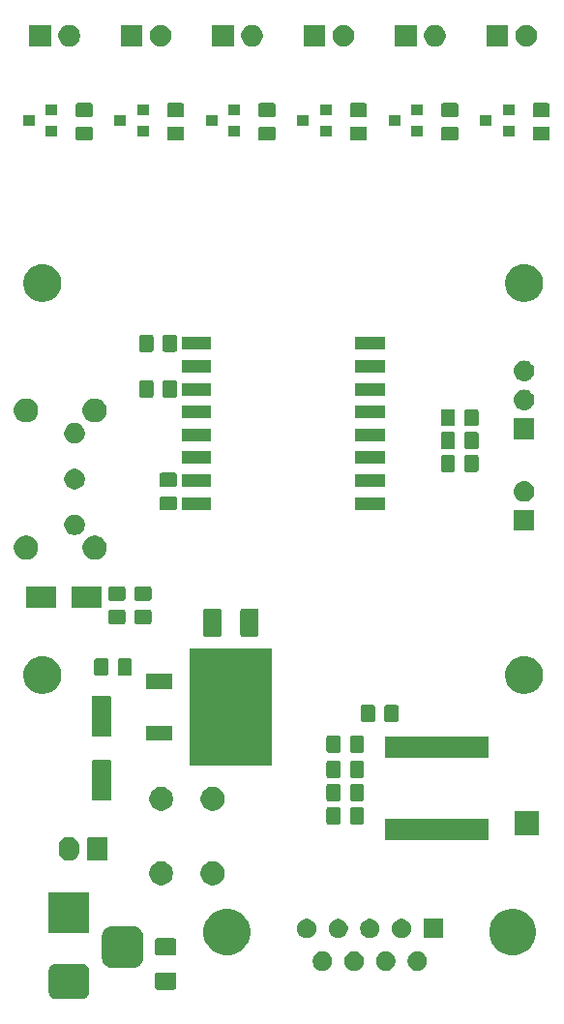
<source format=gbr>
G04 #@! TF.GenerationSoftware,KiCad,Pcbnew,(5.1.0)-1*
G04 #@! TF.CreationDate,2022-02-26T19:57:31-08:00*
G04 #@! TF.ProjectId,BITLINK_12F_R1,4249544c-494e-44b5-9f31-32465f52312e,rev?*
G04 #@! TF.SameCoordinates,PX7755c18PY8cd1ce0*
G04 #@! TF.FileFunction,Soldermask,Top*
G04 #@! TF.FilePolarity,Negative*
%FSLAX45Y45*%
G04 Gerber Fmt 4.5, Leading zero omitted, Abs format (unit mm)*
G04 Created by KiCad (PCBNEW (5.1.0)-1) date 2022-02-26 19:57:31*
%MOMM*%
%LPD*%
G04 APERTURE LIST*
%ADD10C,0.100000*%
G04 APERTURE END LIST*
D10*
G36*
X659518Y689191D02*
G01*
X672883Y685137D01*
X685198Y678554D01*
X695994Y669694D01*
X704854Y658898D01*
X711437Y646583D01*
X715491Y633218D01*
X716920Y618706D01*
X716920Y452334D01*
X715491Y437822D01*
X711437Y424457D01*
X704854Y412142D01*
X695994Y401346D01*
X685198Y392486D01*
X672883Y385903D01*
X659518Y381849D01*
X645006Y380420D01*
X428634Y380420D01*
X414122Y381849D01*
X400757Y385903D01*
X388442Y392486D01*
X377646Y401346D01*
X368786Y412142D01*
X362203Y424457D01*
X358149Y437822D01*
X356720Y452334D01*
X356720Y618706D01*
X358149Y633218D01*
X362203Y646583D01*
X368786Y658898D01*
X377646Y669694D01*
X388442Y678554D01*
X400757Y685137D01*
X414122Y689191D01*
X428634Y690620D01*
X645006Y690620D01*
X659518Y689191D01*
X659518Y689191D01*
G37*
G36*
X1462306Y614572D02*
G01*
X1465798Y613513D01*
X1469016Y611792D01*
X1471837Y609477D01*
X1474152Y606656D01*
X1475873Y603438D01*
X1476932Y599946D01*
X1477350Y595701D01*
X1477350Y481579D01*
X1476932Y477334D01*
X1475873Y473842D01*
X1474152Y470624D01*
X1471837Y467803D01*
X1469016Y465488D01*
X1465798Y463767D01*
X1462306Y462708D01*
X1458060Y462290D01*
X1311440Y462290D01*
X1307194Y462708D01*
X1303702Y463767D01*
X1300484Y465488D01*
X1297663Y467803D01*
X1295348Y470624D01*
X1293627Y473842D01*
X1292568Y477334D01*
X1292150Y481579D01*
X1292150Y595701D01*
X1292568Y599946D01*
X1293627Y603438D01*
X1295348Y606656D01*
X1297663Y609477D01*
X1300484Y611792D01*
X1303702Y613513D01*
X1307194Y614572D01*
X1311440Y614990D01*
X1458060Y614990D01*
X1462306Y614572D01*
X1462306Y614572D01*
G37*
G36*
X3334143Y794450D02*
G01*
X3349630Y788035D01*
X3363568Y778721D01*
X3375421Y766868D01*
X3384735Y752930D01*
X3391150Y737443D01*
X3394420Y721002D01*
X3394420Y704238D01*
X3391150Y687797D01*
X3384735Y672310D01*
X3375421Y658372D01*
X3363568Y646519D01*
X3349630Y637205D01*
X3334143Y630790D01*
X3317702Y627520D01*
X3300938Y627520D01*
X3284497Y630790D01*
X3269010Y637205D01*
X3255072Y646519D01*
X3243218Y658372D01*
X3233905Y672310D01*
X3227490Y687797D01*
X3224220Y704238D01*
X3224220Y721002D01*
X3227490Y737443D01*
X3233905Y752930D01*
X3243218Y766868D01*
X3255072Y778721D01*
X3269010Y788035D01*
X3284497Y794450D01*
X3300938Y797720D01*
X3317702Y797720D01*
X3334143Y794450D01*
X3334143Y794450D01*
G37*
G36*
X3611143Y794450D02*
G01*
X3626630Y788035D01*
X3640568Y778721D01*
X3652421Y766868D01*
X3661735Y752930D01*
X3668150Y737443D01*
X3671420Y721002D01*
X3671420Y704238D01*
X3668150Y687797D01*
X3661735Y672310D01*
X3652421Y658372D01*
X3640568Y646519D01*
X3626630Y637205D01*
X3611143Y630790D01*
X3594702Y627520D01*
X3577938Y627520D01*
X3561497Y630790D01*
X3546010Y637205D01*
X3532072Y646519D01*
X3520218Y658372D01*
X3510905Y672310D01*
X3504490Y687797D01*
X3501220Y704238D01*
X3501220Y721002D01*
X3504490Y737443D01*
X3510905Y752930D01*
X3520218Y766868D01*
X3532072Y778721D01*
X3546010Y788035D01*
X3561497Y794450D01*
X3577938Y797720D01*
X3594702Y797720D01*
X3611143Y794450D01*
X3611143Y794450D01*
G37*
G36*
X2780143Y794450D02*
G01*
X2795630Y788035D01*
X2809568Y778721D01*
X2821421Y766868D01*
X2830735Y752930D01*
X2837150Y737443D01*
X2840420Y721002D01*
X2840420Y704238D01*
X2837150Y687797D01*
X2830735Y672310D01*
X2821421Y658372D01*
X2809568Y646519D01*
X2795630Y637205D01*
X2780143Y630790D01*
X2763702Y627520D01*
X2746938Y627520D01*
X2730497Y630790D01*
X2715010Y637205D01*
X2701072Y646519D01*
X2689219Y658372D01*
X2679905Y672310D01*
X2673490Y687797D01*
X2670220Y704238D01*
X2670220Y721002D01*
X2673490Y737443D01*
X2679905Y752930D01*
X2689219Y766868D01*
X2701072Y778721D01*
X2715010Y788035D01*
X2730497Y794450D01*
X2746938Y797720D01*
X2763702Y797720D01*
X2780143Y794450D01*
X2780143Y794450D01*
G37*
G36*
X3057143Y794450D02*
G01*
X3072630Y788035D01*
X3086568Y778721D01*
X3098421Y766868D01*
X3107735Y752930D01*
X3114150Y737443D01*
X3117420Y721002D01*
X3117420Y704238D01*
X3114150Y687797D01*
X3107735Y672310D01*
X3098421Y658372D01*
X3086568Y646519D01*
X3072630Y637205D01*
X3057143Y630790D01*
X3040702Y627520D01*
X3023938Y627520D01*
X3007497Y630790D01*
X2992010Y637205D01*
X2978072Y646519D01*
X2966218Y658372D01*
X2956905Y672310D01*
X2950490Y687797D01*
X2947220Y704238D01*
X2947220Y721002D01*
X2950490Y737443D01*
X2956905Y752930D01*
X2966218Y766868D01*
X2978072Y778721D01*
X2992010Y788035D01*
X3007497Y794450D01*
X3023938Y797720D01*
X3040702Y797720D01*
X3057143Y794450D01*
X3057143Y794450D01*
G37*
G36*
X1119457Y1013950D02*
G01*
X1135166Y1009185D01*
X1149643Y1001447D01*
X1162333Y991033D01*
X1172747Y978343D01*
X1180485Y963866D01*
X1185251Y948157D01*
X1186920Y931206D01*
X1186920Y739834D01*
X1185251Y722883D01*
X1180485Y707174D01*
X1172747Y692697D01*
X1162333Y680007D01*
X1149643Y669593D01*
X1135166Y661855D01*
X1119457Y657090D01*
X1102506Y655420D01*
X911134Y655420D01*
X894183Y657090D01*
X878474Y661855D01*
X863997Y669593D01*
X851307Y680007D01*
X840893Y692697D01*
X833155Y707174D01*
X828389Y722883D01*
X826720Y739834D01*
X826720Y931206D01*
X828389Y948157D01*
X833155Y963866D01*
X840893Y978343D01*
X851307Y991033D01*
X863997Y1001447D01*
X878474Y1009185D01*
X894183Y1013950D01*
X911134Y1015620D01*
X1102506Y1015620D01*
X1119457Y1013950D01*
X1119457Y1013950D01*
G37*
G36*
X1462306Y912072D02*
G01*
X1465798Y911013D01*
X1469016Y909292D01*
X1471837Y906977D01*
X1474152Y904156D01*
X1475873Y900938D01*
X1476932Y897446D01*
X1477350Y893200D01*
X1477350Y779079D01*
X1476932Y774834D01*
X1475873Y771342D01*
X1474152Y768124D01*
X1471837Y765303D01*
X1469016Y762988D01*
X1465798Y761267D01*
X1462306Y760208D01*
X1458060Y759790D01*
X1311440Y759790D01*
X1307194Y760208D01*
X1303702Y761267D01*
X1300484Y762988D01*
X1297663Y765303D01*
X1295348Y768124D01*
X1293627Y771342D01*
X1292568Y774834D01*
X1292150Y779079D01*
X1292150Y893200D01*
X1292568Y897446D01*
X1293627Y900938D01*
X1295348Y904156D01*
X1297663Y906977D01*
X1300484Y909292D01*
X1303702Y911013D01*
X1307194Y912072D01*
X1311440Y912490D01*
X1458060Y912490D01*
X1462306Y912072D01*
X1462306Y912072D01*
G37*
G36*
X1980645Y1163838D02*
G01*
X2017971Y1148377D01*
X2017971Y1148377D01*
X2051564Y1125932D01*
X2080132Y1097364D01*
X2097056Y1072035D01*
X2102577Y1063771D01*
X2118038Y1026445D01*
X2125920Y986821D01*
X2125920Y946419D01*
X2118038Y906795D01*
X2109301Y885700D01*
X2102577Y869469D01*
X2080132Y835876D01*
X2051564Y807308D01*
X2017971Y784863D01*
X2017971Y784863D01*
X2017971Y784863D01*
X1980645Y769402D01*
X1941021Y761520D01*
X1900619Y761520D01*
X1860995Y769402D01*
X1823669Y784863D01*
X1823669Y784863D01*
X1823669Y784863D01*
X1790076Y807308D01*
X1761508Y835876D01*
X1739063Y869469D01*
X1732339Y885700D01*
X1723602Y906795D01*
X1715720Y946419D01*
X1715720Y986821D01*
X1723602Y1026445D01*
X1739063Y1063771D01*
X1744584Y1072035D01*
X1761508Y1097364D01*
X1790076Y1125932D01*
X1823669Y1148377D01*
X1823669Y1148377D01*
X1860995Y1163838D01*
X1900619Y1171720D01*
X1941021Y1171720D01*
X1980645Y1163838D01*
X1980645Y1163838D01*
G37*
G36*
X4480645Y1163838D02*
G01*
X4517971Y1148377D01*
X4517971Y1148377D01*
X4551564Y1125932D01*
X4580132Y1097364D01*
X4597056Y1072035D01*
X4602577Y1063771D01*
X4618038Y1026445D01*
X4625920Y986821D01*
X4625920Y946419D01*
X4618038Y906795D01*
X4609301Y885700D01*
X4602577Y869469D01*
X4580132Y835876D01*
X4551564Y807308D01*
X4517971Y784863D01*
X4517971Y784863D01*
X4517971Y784863D01*
X4480645Y769402D01*
X4441021Y761520D01*
X4400619Y761520D01*
X4360995Y769402D01*
X4323669Y784863D01*
X4323669Y784863D01*
X4323669Y784863D01*
X4290076Y807308D01*
X4261508Y835876D01*
X4239063Y869469D01*
X4232339Y885700D01*
X4223602Y906795D01*
X4215720Y946419D01*
X4215720Y986821D01*
X4223602Y1026445D01*
X4239063Y1063771D01*
X4244584Y1072035D01*
X4261508Y1097364D01*
X4290076Y1125932D01*
X4323669Y1148377D01*
X4323669Y1148377D01*
X4360995Y1163838D01*
X4400619Y1171720D01*
X4441021Y1171720D01*
X4480645Y1163838D01*
X4480645Y1163838D01*
G37*
G36*
X2641643Y1078450D02*
G01*
X2657130Y1072035D01*
X2671068Y1062722D01*
X2682922Y1050868D01*
X2692235Y1036930D01*
X2698650Y1021443D01*
X2701920Y1005002D01*
X2701920Y988238D01*
X2698650Y971797D01*
X2692235Y956310D01*
X2682922Y942372D01*
X2671068Y930518D01*
X2657130Y921205D01*
X2641643Y914790D01*
X2625202Y911520D01*
X2608438Y911520D01*
X2591997Y914790D01*
X2576510Y921205D01*
X2562572Y930518D01*
X2550719Y942372D01*
X2541405Y956310D01*
X2534990Y971797D01*
X2531720Y988238D01*
X2531720Y1005002D01*
X2534990Y1021443D01*
X2541405Y1036930D01*
X2550719Y1050868D01*
X2562572Y1062722D01*
X2576510Y1072035D01*
X2591997Y1078450D01*
X2608438Y1081720D01*
X2625202Y1081720D01*
X2641643Y1078450D01*
X2641643Y1078450D01*
G37*
G36*
X2918643Y1078450D02*
G01*
X2934130Y1072035D01*
X2948068Y1062722D01*
X2959921Y1050868D01*
X2969235Y1036930D01*
X2975650Y1021443D01*
X2978920Y1005002D01*
X2978920Y988238D01*
X2975650Y971797D01*
X2969235Y956310D01*
X2959921Y942372D01*
X2948068Y930518D01*
X2934130Y921205D01*
X2918643Y914790D01*
X2902202Y911520D01*
X2885438Y911520D01*
X2868997Y914790D01*
X2853510Y921205D01*
X2839572Y930518D01*
X2827718Y942372D01*
X2818405Y956310D01*
X2811990Y971797D01*
X2808720Y988238D01*
X2808720Y1005002D01*
X2811990Y1021443D01*
X2818405Y1036930D01*
X2827718Y1050868D01*
X2839572Y1062722D01*
X2853510Y1072035D01*
X2868997Y1078450D01*
X2885438Y1081720D01*
X2902202Y1081720D01*
X2918643Y1078450D01*
X2918643Y1078450D01*
G37*
G36*
X3195643Y1078450D02*
G01*
X3211130Y1072035D01*
X3225068Y1062722D01*
X3236921Y1050868D01*
X3246235Y1036930D01*
X3252650Y1021443D01*
X3255920Y1005002D01*
X3255920Y988238D01*
X3252650Y971797D01*
X3246235Y956310D01*
X3236921Y942372D01*
X3225068Y930518D01*
X3211130Y921205D01*
X3195643Y914790D01*
X3179202Y911520D01*
X3162438Y911520D01*
X3145997Y914790D01*
X3130510Y921205D01*
X3116572Y930518D01*
X3104718Y942372D01*
X3095405Y956310D01*
X3088990Y971797D01*
X3085720Y988238D01*
X3085720Y1005002D01*
X3088990Y1021443D01*
X3095405Y1036930D01*
X3104718Y1050868D01*
X3116572Y1062722D01*
X3130510Y1072035D01*
X3145997Y1078450D01*
X3162438Y1081720D01*
X3179202Y1081720D01*
X3195643Y1078450D01*
X3195643Y1078450D01*
G37*
G36*
X3809920Y911520D02*
G01*
X3639720Y911520D01*
X3639720Y1081720D01*
X3809920Y1081720D01*
X3809920Y911520D01*
X3809920Y911520D01*
G37*
G36*
X3472643Y1078450D02*
G01*
X3488130Y1072035D01*
X3502068Y1062722D01*
X3513921Y1050868D01*
X3523235Y1036930D01*
X3529650Y1021443D01*
X3532920Y1005002D01*
X3532920Y988238D01*
X3529650Y971797D01*
X3523235Y956310D01*
X3513921Y942372D01*
X3502068Y930518D01*
X3488130Y921205D01*
X3472643Y914790D01*
X3456202Y911520D01*
X3439438Y911520D01*
X3422997Y914790D01*
X3407510Y921205D01*
X3393572Y930518D01*
X3381718Y942372D01*
X3372405Y956310D01*
X3365990Y971797D01*
X3362720Y988238D01*
X3362720Y1005002D01*
X3365990Y1021443D01*
X3372405Y1036930D01*
X3381718Y1050868D01*
X3393572Y1062722D01*
X3407510Y1072035D01*
X3422997Y1078450D01*
X3439438Y1081720D01*
X3456202Y1081720D01*
X3472643Y1078450D01*
X3472643Y1078450D01*
G37*
G36*
X716920Y955420D02*
G01*
X356720Y955420D01*
X356720Y1315620D01*
X716920Y1315620D01*
X716920Y955420D01*
X716920Y955420D01*
G37*
G36*
X1824788Y1582593D02*
G01*
X1843915Y1574670D01*
X1843915Y1574670D01*
X1861129Y1563168D01*
X1875768Y1548529D01*
X1887270Y1531315D01*
X1895193Y1512188D01*
X1899232Y1491884D01*
X1899232Y1471180D01*
X1895193Y1450876D01*
X1887270Y1431749D01*
X1887270Y1431748D01*
X1875768Y1414535D01*
X1861129Y1399895D01*
X1843915Y1388394D01*
X1843915Y1388394D01*
X1843915Y1388394D01*
X1824788Y1380471D01*
X1804484Y1376432D01*
X1783780Y1376432D01*
X1763476Y1380471D01*
X1744349Y1388394D01*
X1744349Y1388394D01*
X1744348Y1388394D01*
X1727135Y1399895D01*
X1712495Y1414535D01*
X1700994Y1431748D01*
X1700993Y1431749D01*
X1693071Y1450876D01*
X1689032Y1471180D01*
X1689032Y1491884D01*
X1693071Y1512188D01*
X1700993Y1531315D01*
X1712495Y1548529D01*
X1727135Y1563168D01*
X1744348Y1574670D01*
X1744349Y1574670D01*
X1763476Y1582593D01*
X1783780Y1586632D01*
X1804484Y1586632D01*
X1824788Y1582593D01*
X1824788Y1582593D01*
G37*
G36*
X1374788Y1582593D02*
G01*
X1393915Y1574670D01*
X1393916Y1574670D01*
X1411129Y1563168D01*
X1425768Y1548529D01*
X1437270Y1531315D01*
X1445193Y1512188D01*
X1449232Y1491884D01*
X1449232Y1471180D01*
X1445193Y1450876D01*
X1437270Y1431749D01*
X1437270Y1431748D01*
X1425768Y1414535D01*
X1411129Y1399895D01*
X1393916Y1388394D01*
X1393915Y1388394D01*
X1393915Y1388394D01*
X1374788Y1380471D01*
X1354484Y1376432D01*
X1333780Y1376432D01*
X1313476Y1380471D01*
X1294349Y1388394D01*
X1294349Y1388394D01*
X1294349Y1388394D01*
X1277135Y1399895D01*
X1262496Y1414535D01*
X1250994Y1431748D01*
X1250994Y1431749D01*
X1243071Y1450876D01*
X1239032Y1471180D01*
X1239032Y1491884D01*
X1243071Y1512188D01*
X1250994Y1531315D01*
X1262496Y1548529D01*
X1277135Y1563168D01*
X1294349Y1574670D01*
X1294349Y1574670D01*
X1313476Y1582593D01*
X1333780Y1586632D01*
X1354484Y1586632D01*
X1374788Y1582593D01*
X1374788Y1582593D01*
G37*
G36*
X555003Y1798156D02*
G01*
X571987Y1793004D01*
X587639Y1784638D01*
X591213Y1781705D01*
X601359Y1773379D01*
X609685Y1763233D01*
X612618Y1759659D01*
X620984Y1744007D01*
X626136Y1727023D01*
X627440Y1713786D01*
X627440Y1674934D01*
X626136Y1661697D01*
X620984Y1644713D01*
X612618Y1629061D01*
X609685Y1625487D01*
X601359Y1615341D01*
X587639Y1604082D01*
X571987Y1595716D01*
X571987Y1595716D01*
X555003Y1590564D01*
X537340Y1588824D01*
X519677Y1590564D01*
X502693Y1595716D01*
X487041Y1604082D01*
X482815Y1607550D01*
X473321Y1615341D01*
X462062Y1629061D01*
X453696Y1644713D01*
X453696Y1644713D01*
X448544Y1661697D01*
X447240Y1674934D01*
X447240Y1713786D01*
X448544Y1727023D01*
X453696Y1744007D01*
X462062Y1759659D01*
X473321Y1773378D01*
X487041Y1784638D01*
X502693Y1793004D01*
X519677Y1798156D01*
X537340Y1799896D01*
X555003Y1798156D01*
X555003Y1798156D01*
G37*
G36*
X863200Y1799061D02*
G01*
X866505Y1798058D01*
X869550Y1796431D01*
X872220Y1794240D01*
X874411Y1791570D01*
X876038Y1788525D01*
X877041Y1785220D01*
X877440Y1781170D01*
X877440Y1607550D01*
X877041Y1603500D01*
X876038Y1600195D01*
X874411Y1597150D01*
X872220Y1594480D01*
X869550Y1592289D01*
X866505Y1590661D01*
X863200Y1589659D01*
X859150Y1589260D01*
X715530Y1589260D01*
X711480Y1589659D01*
X708175Y1590661D01*
X705130Y1592289D01*
X702460Y1594480D01*
X700269Y1597150D01*
X698642Y1600195D01*
X697639Y1603500D01*
X697240Y1607550D01*
X697240Y1781170D01*
X697639Y1785220D01*
X698642Y1788525D01*
X700269Y1791570D01*
X702460Y1794240D01*
X705130Y1796431D01*
X708175Y1798058D01*
X711480Y1799061D01*
X715530Y1799460D01*
X859150Y1799460D01*
X863200Y1799061D01*
X863200Y1799061D01*
G37*
G36*
X4205620Y1772900D02*
G01*
X3305420Y1772900D01*
X3305420Y1958100D01*
X4205620Y1958100D01*
X4205620Y1772900D01*
X4205620Y1772900D01*
G37*
G36*
X4645988Y1815866D02*
G01*
X4435788Y1815866D01*
X4435788Y2026066D01*
X4645988Y2026066D01*
X4645988Y1815866D01*
X4645988Y1815866D01*
G37*
G36*
X2899287Y2058103D02*
G01*
X2903057Y2056960D01*
X2906530Y2055103D01*
X2909575Y2052605D01*
X2912073Y2049560D01*
X2913930Y2046087D01*
X2915073Y2042317D01*
X2915520Y2037784D01*
X2915520Y1929116D01*
X2915073Y1924583D01*
X2913930Y1920813D01*
X2912073Y1917340D01*
X2909575Y1914295D01*
X2906530Y1911797D01*
X2903057Y1909940D01*
X2899287Y1908796D01*
X2894754Y1908350D01*
X2811086Y1908350D01*
X2806553Y1908796D01*
X2802783Y1909940D01*
X2799310Y1911797D01*
X2796265Y1914295D01*
X2793767Y1917340D01*
X2791910Y1920813D01*
X2790767Y1924583D01*
X2790320Y1929116D01*
X2790320Y2037784D01*
X2790767Y2042317D01*
X2791910Y2046087D01*
X2793767Y2049560D01*
X2796265Y2052605D01*
X2799310Y2055103D01*
X2802783Y2056960D01*
X2806553Y2058103D01*
X2811086Y2058550D01*
X2894754Y2058550D01*
X2899287Y2058103D01*
X2899287Y2058103D01*
G37*
G36*
X3104287Y2058103D02*
G01*
X3108057Y2056960D01*
X3111530Y2055103D01*
X3114575Y2052605D01*
X3117073Y2049560D01*
X3118930Y2046087D01*
X3120073Y2042317D01*
X3120520Y2037784D01*
X3120520Y1929116D01*
X3120073Y1924583D01*
X3118930Y1920813D01*
X3117073Y1917340D01*
X3114575Y1914295D01*
X3111530Y1911797D01*
X3108057Y1909940D01*
X3104287Y1908796D01*
X3099754Y1908350D01*
X3016086Y1908350D01*
X3011553Y1908796D01*
X3007783Y1909940D01*
X3004310Y1911797D01*
X3001265Y1914295D01*
X2998767Y1917340D01*
X2996910Y1920813D01*
X2995766Y1924583D01*
X2995320Y1929116D01*
X2995320Y2037784D01*
X2995766Y2042317D01*
X2996910Y2046087D01*
X2998767Y2049560D01*
X3001265Y2052605D01*
X3004310Y2055103D01*
X3007783Y2056960D01*
X3011553Y2058103D01*
X3016086Y2058550D01*
X3099754Y2058550D01*
X3104287Y2058103D01*
X3104287Y2058103D01*
G37*
G36*
X1824788Y2232593D02*
G01*
X1843915Y2224671D01*
X1843915Y2224670D01*
X1861129Y2213169D01*
X1875768Y2198529D01*
X1887270Y2181315D01*
X1895193Y2162188D01*
X1899232Y2141884D01*
X1899232Y2121180D01*
X1895193Y2100876D01*
X1887270Y2081749D01*
X1887270Y2081748D01*
X1875768Y2064535D01*
X1861129Y2049895D01*
X1843915Y2038394D01*
X1843915Y2038393D01*
X1843915Y2038393D01*
X1824788Y2030471D01*
X1804484Y2026432D01*
X1783780Y2026432D01*
X1763476Y2030471D01*
X1744349Y2038393D01*
X1744349Y2038393D01*
X1744348Y2038394D01*
X1727135Y2049895D01*
X1712495Y2064535D01*
X1700994Y2081748D01*
X1700993Y2081749D01*
X1693071Y2100876D01*
X1689032Y2121180D01*
X1689032Y2141884D01*
X1693071Y2162188D01*
X1700993Y2181315D01*
X1712495Y2198529D01*
X1727135Y2213169D01*
X1744348Y2224670D01*
X1744349Y2224671D01*
X1763476Y2232593D01*
X1783780Y2236632D01*
X1804484Y2236632D01*
X1824788Y2232593D01*
X1824788Y2232593D01*
G37*
G36*
X1374788Y2232593D02*
G01*
X1393915Y2224671D01*
X1393916Y2224670D01*
X1411129Y2213169D01*
X1425768Y2198529D01*
X1437270Y2181315D01*
X1445193Y2162188D01*
X1449232Y2141884D01*
X1449232Y2121180D01*
X1445193Y2100876D01*
X1437270Y2081749D01*
X1437270Y2081748D01*
X1425768Y2064535D01*
X1411129Y2049895D01*
X1393916Y2038394D01*
X1393915Y2038393D01*
X1393915Y2038393D01*
X1374788Y2030471D01*
X1354484Y2026432D01*
X1333780Y2026432D01*
X1313476Y2030471D01*
X1294349Y2038393D01*
X1294349Y2038393D01*
X1294349Y2038394D01*
X1277135Y2049895D01*
X1262496Y2064535D01*
X1250994Y2081748D01*
X1250994Y2081749D01*
X1243071Y2100876D01*
X1239032Y2121180D01*
X1239032Y2141884D01*
X1243071Y2162188D01*
X1250994Y2181315D01*
X1262496Y2198529D01*
X1277135Y2213169D01*
X1294349Y2224670D01*
X1294349Y2224671D01*
X1313476Y2232593D01*
X1333780Y2236632D01*
X1354484Y2236632D01*
X1374788Y2232593D01*
X1374788Y2232593D01*
G37*
G36*
X2899287Y2261304D02*
G01*
X2903057Y2260160D01*
X2906530Y2258303D01*
X2909575Y2255805D01*
X2912073Y2252760D01*
X2913930Y2249287D01*
X2915073Y2245517D01*
X2915520Y2240984D01*
X2915520Y2132316D01*
X2915073Y2127783D01*
X2913930Y2124013D01*
X2912073Y2120540D01*
X2909575Y2117495D01*
X2906530Y2114997D01*
X2903057Y2113140D01*
X2899287Y2111997D01*
X2894754Y2111550D01*
X2811086Y2111550D01*
X2806553Y2111997D01*
X2802783Y2113140D01*
X2799310Y2114997D01*
X2796265Y2117495D01*
X2793767Y2120540D01*
X2791910Y2124013D01*
X2790767Y2127783D01*
X2790320Y2132316D01*
X2790320Y2240984D01*
X2790767Y2245517D01*
X2791910Y2249287D01*
X2793767Y2252760D01*
X2796265Y2255805D01*
X2799310Y2258303D01*
X2802783Y2260160D01*
X2806553Y2261304D01*
X2811086Y2261750D01*
X2894754Y2261750D01*
X2899287Y2261304D01*
X2899287Y2261304D01*
G37*
G36*
X3104287Y2261304D02*
G01*
X3108057Y2260160D01*
X3111530Y2258303D01*
X3114575Y2255805D01*
X3117073Y2252760D01*
X3118930Y2249287D01*
X3120073Y2245517D01*
X3120520Y2240984D01*
X3120520Y2132316D01*
X3120073Y2127783D01*
X3118930Y2124013D01*
X3117073Y2120540D01*
X3114575Y2117495D01*
X3111530Y2114997D01*
X3108057Y2113140D01*
X3104287Y2111997D01*
X3099754Y2111550D01*
X3016086Y2111550D01*
X3011553Y2111997D01*
X3007783Y2113140D01*
X3004310Y2114997D01*
X3001265Y2117495D01*
X2998767Y2120540D01*
X2996910Y2124013D01*
X2995766Y2127783D01*
X2995320Y2132316D01*
X2995320Y2240984D01*
X2995766Y2245517D01*
X2996910Y2249287D01*
X2998767Y2252760D01*
X3001265Y2255805D01*
X3004310Y2258303D01*
X3007783Y2260160D01*
X3011553Y2261304D01*
X3016086Y2261750D01*
X3099754Y2261750D01*
X3104287Y2261304D01*
X3104287Y2261304D01*
G37*
G36*
X892420Y2473695D02*
G01*
X895785Y2472674D01*
X898886Y2471016D01*
X901605Y2468785D01*
X903836Y2466067D01*
X905494Y2462965D01*
X906515Y2459600D01*
X906920Y2455486D01*
X906920Y2132514D01*
X906515Y2128400D01*
X905494Y2125035D01*
X903836Y2121934D01*
X901605Y2119215D01*
X898886Y2116984D01*
X895785Y2115326D01*
X892420Y2114305D01*
X888306Y2113900D01*
X755334Y2113900D01*
X751220Y2114305D01*
X747855Y2115326D01*
X744753Y2116984D01*
X742035Y2119215D01*
X739804Y2121934D01*
X738146Y2125035D01*
X737125Y2128400D01*
X736720Y2132514D01*
X736720Y2455486D01*
X737125Y2459600D01*
X738146Y2462965D01*
X739804Y2466067D01*
X742035Y2468785D01*
X744753Y2471016D01*
X747855Y2472674D01*
X751220Y2473695D01*
X755334Y2474100D01*
X888306Y2474100D01*
X892420Y2473695D01*
X892420Y2473695D01*
G37*
G36*
X2899287Y2464504D02*
G01*
X2903057Y2463360D01*
X2906530Y2461503D01*
X2909575Y2459005D01*
X2912073Y2455960D01*
X2913930Y2452487D01*
X2915073Y2448717D01*
X2915520Y2444184D01*
X2915520Y2335516D01*
X2915073Y2330983D01*
X2913930Y2327213D01*
X2912073Y2323740D01*
X2909575Y2320695D01*
X2906530Y2318197D01*
X2903057Y2316340D01*
X2899287Y2315197D01*
X2894754Y2314750D01*
X2811086Y2314750D01*
X2806553Y2315197D01*
X2802783Y2316340D01*
X2799310Y2318197D01*
X2796265Y2320695D01*
X2793767Y2323740D01*
X2791910Y2327213D01*
X2790767Y2330983D01*
X2790320Y2335516D01*
X2790320Y2444184D01*
X2790767Y2448717D01*
X2791910Y2452487D01*
X2793767Y2455960D01*
X2796265Y2459005D01*
X2799310Y2461503D01*
X2802783Y2463360D01*
X2806553Y2464504D01*
X2811086Y2464950D01*
X2894754Y2464950D01*
X2899287Y2464504D01*
X2899287Y2464504D01*
G37*
G36*
X3104287Y2464504D02*
G01*
X3108057Y2463360D01*
X3111530Y2461503D01*
X3114575Y2459005D01*
X3117073Y2455960D01*
X3118930Y2452487D01*
X3120073Y2448717D01*
X3120520Y2444184D01*
X3120520Y2335516D01*
X3120073Y2330983D01*
X3118930Y2327213D01*
X3117073Y2323740D01*
X3114575Y2320695D01*
X3111530Y2318197D01*
X3108057Y2316340D01*
X3104287Y2315197D01*
X3099754Y2314750D01*
X3016086Y2314750D01*
X3011553Y2315197D01*
X3007783Y2316340D01*
X3004310Y2318197D01*
X3001265Y2320695D01*
X2998767Y2323740D01*
X2996910Y2327213D01*
X2995766Y2330983D01*
X2995320Y2335516D01*
X2995320Y2444184D01*
X2995766Y2448717D01*
X2996910Y2452487D01*
X2998767Y2455960D01*
X3001265Y2459005D01*
X3004310Y2461503D01*
X3007783Y2463360D01*
X3011553Y2464504D01*
X3016086Y2464950D01*
X3099754Y2464950D01*
X3104287Y2464504D01*
X3104287Y2464504D01*
G37*
G36*
X2316580Y2418920D02*
G01*
X1592380Y2418920D01*
X1592380Y3445120D01*
X2316580Y3445120D01*
X2316580Y2418920D01*
X2316580Y2418920D01*
G37*
G36*
X4205620Y2492900D02*
G01*
X3305420Y2492900D01*
X3305420Y2678100D01*
X4205620Y2678100D01*
X4205620Y2492900D01*
X4205620Y2492900D01*
G37*
G36*
X2899287Y2685804D02*
G01*
X2903057Y2684660D01*
X2906530Y2682803D01*
X2909575Y2680305D01*
X2912073Y2677260D01*
X2913930Y2673787D01*
X2915073Y2670017D01*
X2915520Y2665484D01*
X2915520Y2556816D01*
X2915073Y2552283D01*
X2913930Y2548513D01*
X2912073Y2545040D01*
X2909575Y2541995D01*
X2906530Y2539497D01*
X2903057Y2537640D01*
X2899287Y2536497D01*
X2894754Y2536050D01*
X2811086Y2536050D01*
X2806553Y2536497D01*
X2802783Y2537640D01*
X2799310Y2539497D01*
X2796265Y2541995D01*
X2793767Y2545040D01*
X2791910Y2548513D01*
X2790767Y2552283D01*
X2790320Y2556816D01*
X2790320Y2665484D01*
X2790767Y2670017D01*
X2791910Y2673787D01*
X2793767Y2677260D01*
X2796265Y2680305D01*
X2799310Y2682803D01*
X2802783Y2684660D01*
X2806553Y2685804D01*
X2811086Y2686250D01*
X2894754Y2686250D01*
X2899287Y2685804D01*
X2899287Y2685804D01*
G37*
G36*
X3104287Y2685804D02*
G01*
X3108057Y2684660D01*
X3111530Y2682803D01*
X3114575Y2680305D01*
X3117073Y2677260D01*
X3118930Y2673787D01*
X3120073Y2670017D01*
X3120520Y2665484D01*
X3120520Y2556816D01*
X3120073Y2552283D01*
X3118930Y2548513D01*
X3117073Y2545040D01*
X3114575Y2541995D01*
X3111530Y2539497D01*
X3108057Y2537640D01*
X3104287Y2536497D01*
X3099754Y2536050D01*
X3016086Y2536050D01*
X3011553Y2536497D01*
X3007783Y2537640D01*
X3004310Y2539497D01*
X3001265Y2541995D01*
X2998767Y2545040D01*
X2996910Y2548513D01*
X2995766Y2552283D01*
X2995320Y2556816D01*
X2995320Y2665484D01*
X2995766Y2670017D01*
X2996910Y2673787D01*
X2998767Y2677260D01*
X3001265Y2680305D01*
X3004310Y2682803D01*
X3007783Y2684660D01*
X3011553Y2685804D01*
X3016086Y2686250D01*
X3099754Y2686250D01*
X3104287Y2685804D01*
X3104287Y2685804D01*
G37*
G36*
X1439580Y2638920D02*
G01*
X1209380Y2638920D01*
X1209380Y2769120D01*
X1439580Y2769120D01*
X1439580Y2638920D01*
X1439580Y2638920D01*
G37*
G36*
X892420Y3033695D02*
G01*
X895785Y3032674D01*
X898886Y3031016D01*
X901605Y3028785D01*
X903836Y3026066D01*
X905494Y3022965D01*
X906515Y3019600D01*
X906920Y3015486D01*
X906920Y2692514D01*
X906515Y2688400D01*
X905494Y2685035D01*
X903836Y2681934D01*
X901605Y2679215D01*
X898886Y2676984D01*
X895785Y2675326D01*
X892420Y2674305D01*
X888306Y2673900D01*
X755334Y2673900D01*
X751220Y2674305D01*
X747855Y2675326D01*
X744753Y2676984D01*
X742035Y2679215D01*
X739804Y2681934D01*
X738146Y2685035D01*
X737125Y2688400D01*
X736720Y2692514D01*
X736720Y3015486D01*
X737125Y3019600D01*
X738146Y3022965D01*
X739804Y3026066D01*
X742035Y3028785D01*
X744753Y3031016D01*
X747855Y3032674D01*
X751220Y3033695D01*
X755334Y3034100D01*
X888306Y3034100D01*
X892420Y3033695D01*
X892420Y3033695D01*
G37*
G36*
X3405531Y2954215D02*
G01*
X3409301Y2953072D01*
X3412774Y2951215D01*
X3415819Y2948717D01*
X3418317Y2945672D01*
X3420174Y2942199D01*
X3421317Y2938429D01*
X3421764Y2933896D01*
X3421764Y2825228D01*
X3421317Y2820695D01*
X3420174Y2816925D01*
X3418317Y2813452D01*
X3415819Y2810407D01*
X3412774Y2807909D01*
X3409301Y2806052D01*
X3405531Y2804908D01*
X3400998Y2804462D01*
X3317330Y2804462D01*
X3312797Y2804908D01*
X3309027Y2806052D01*
X3305554Y2807909D01*
X3302509Y2810407D01*
X3300011Y2813452D01*
X3298154Y2816925D01*
X3297010Y2820695D01*
X3296564Y2825228D01*
X3296564Y2933896D01*
X3297010Y2938429D01*
X3298154Y2942199D01*
X3300011Y2945672D01*
X3302509Y2948717D01*
X3305554Y2951215D01*
X3309027Y2953072D01*
X3312797Y2954215D01*
X3317330Y2954662D01*
X3400998Y2954662D01*
X3405531Y2954215D01*
X3405531Y2954215D01*
G37*
G36*
X3200531Y2954215D02*
G01*
X3204301Y2953072D01*
X3207774Y2951215D01*
X3210819Y2948717D01*
X3213317Y2945672D01*
X3215174Y2942199D01*
X3216317Y2938429D01*
X3216764Y2933896D01*
X3216764Y2825228D01*
X3216317Y2820695D01*
X3215174Y2816925D01*
X3213317Y2813452D01*
X3210819Y2810407D01*
X3207774Y2807909D01*
X3204301Y2806052D01*
X3200531Y2804908D01*
X3195998Y2804462D01*
X3112330Y2804462D01*
X3107797Y2804908D01*
X3104027Y2806052D01*
X3100554Y2807909D01*
X3097509Y2810407D01*
X3095011Y2813452D01*
X3093154Y2816925D01*
X3092010Y2820695D01*
X3091564Y2825228D01*
X3091564Y2933896D01*
X3092010Y2938429D01*
X3093154Y2942199D01*
X3095011Y2945672D01*
X3097509Y2948717D01*
X3100554Y2951215D01*
X3104027Y2953072D01*
X3107797Y2954215D01*
X3112330Y2954662D01*
X3195998Y2954662D01*
X3200531Y2954215D01*
X3200531Y2954215D01*
G37*
G36*
X342326Y3375570D02*
G01*
X352958Y3373455D01*
X383004Y3361010D01*
X410045Y3342941D01*
X433041Y3319945D01*
X433042Y3319945D01*
X451110Y3292904D01*
X463555Y3262858D01*
X469692Y3232007D01*
X469900Y3230961D01*
X469900Y3198439D01*
X463555Y3166542D01*
X451110Y3136496D01*
X433041Y3109455D01*
X410045Y3086458D01*
X383004Y3068390D01*
X352958Y3055945D01*
X342326Y3053830D01*
X321061Y3049600D01*
X288539Y3049600D01*
X267274Y3053830D01*
X256642Y3055945D01*
X226596Y3068390D01*
X199555Y3086458D01*
X176558Y3109455D01*
X158490Y3136496D01*
X146045Y3166542D01*
X139700Y3198439D01*
X139700Y3230961D01*
X139908Y3232007D01*
X146045Y3262858D01*
X158490Y3292904D01*
X176558Y3319945D01*
X176558Y3319945D01*
X199555Y3342941D01*
X226596Y3361010D01*
X256642Y3373455D01*
X267274Y3375570D01*
X288539Y3379800D01*
X321061Y3379800D01*
X342326Y3375570D01*
X342326Y3375570D01*
G37*
G36*
X4558726Y3375570D02*
G01*
X4569358Y3373455D01*
X4599404Y3361010D01*
X4626445Y3342941D01*
X4649442Y3319945D01*
X4649442Y3319945D01*
X4667510Y3292904D01*
X4679955Y3262858D01*
X4686092Y3232007D01*
X4686300Y3230961D01*
X4686300Y3198439D01*
X4679955Y3166542D01*
X4667510Y3136496D01*
X4649442Y3109455D01*
X4626445Y3086458D01*
X4599404Y3068390D01*
X4569358Y3055945D01*
X4558726Y3053830D01*
X4537461Y3049600D01*
X4504939Y3049600D01*
X4483674Y3053830D01*
X4473042Y3055945D01*
X4442996Y3068390D01*
X4415955Y3086458D01*
X4392959Y3109455D01*
X4374890Y3136496D01*
X4362445Y3166542D01*
X4356100Y3198439D01*
X4356100Y3230961D01*
X4356308Y3232007D01*
X4362445Y3262858D01*
X4374890Y3292904D01*
X4392958Y3319945D01*
X4392959Y3319945D01*
X4415955Y3342941D01*
X4442996Y3361010D01*
X4473042Y3373455D01*
X4483674Y3375570D01*
X4504939Y3379800D01*
X4537461Y3379800D01*
X4558726Y3375570D01*
X4558726Y3375570D01*
G37*
G36*
X1439580Y3094920D02*
G01*
X1209380Y3094920D01*
X1209380Y3225120D01*
X1439580Y3225120D01*
X1439580Y3094920D01*
X1439580Y3094920D01*
G37*
G36*
X1072287Y3359853D02*
G01*
X1076057Y3358710D01*
X1079530Y3356853D01*
X1082575Y3354355D01*
X1085073Y3351310D01*
X1086930Y3347837D01*
X1088074Y3344067D01*
X1088520Y3339534D01*
X1088520Y3230866D01*
X1088074Y3226333D01*
X1086930Y3222563D01*
X1085073Y3219090D01*
X1082575Y3216045D01*
X1079530Y3213547D01*
X1076057Y3211690D01*
X1072287Y3210546D01*
X1067754Y3210100D01*
X984086Y3210100D01*
X979553Y3210546D01*
X975783Y3211690D01*
X972310Y3213547D01*
X969265Y3216045D01*
X966767Y3219090D01*
X964910Y3222563D01*
X963766Y3226333D01*
X963320Y3230866D01*
X963320Y3339534D01*
X963766Y3344067D01*
X964910Y3347837D01*
X966767Y3351310D01*
X969265Y3354355D01*
X972310Y3356853D01*
X975783Y3358710D01*
X979553Y3359853D01*
X984086Y3360300D01*
X1067754Y3360300D01*
X1072287Y3359853D01*
X1072287Y3359853D01*
G37*
G36*
X867287Y3359853D02*
G01*
X871057Y3358710D01*
X874530Y3356853D01*
X877575Y3354355D01*
X880073Y3351310D01*
X881930Y3347837D01*
X883073Y3344067D01*
X883520Y3339534D01*
X883520Y3230866D01*
X883073Y3226333D01*
X881930Y3222563D01*
X880073Y3219090D01*
X877575Y3216045D01*
X874530Y3213547D01*
X871057Y3211690D01*
X867287Y3210546D01*
X862754Y3210100D01*
X779086Y3210100D01*
X774553Y3210546D01*
X770783Y3211690D01*
X767310Y3213547D01*
X764265Y3216045D01*
X761767Y3219090D01*
X759910Y3222563D01*
X758766Y3226333D01*
X758320Y3230866D01*
X758320Y3339534D01*
X758766Y3344067D01*
X759910Y3347837D01*
X761767Y3351310D01*
X764265Y3354355D01*
X767310Y3356853D01*
X770783Y3358710D01*
X774553Y3359853D01*
X779086Y3360300D01*
X862754Y3360300D01*
X867287Y3359853D01*
X867287Y3359853D01*
G37*
G36*
X2183481Y3795500D02*
G01*
X2186915Y3794458D01*
X2190080Y3792766D01*
X2192854Y3790490D01*
X2195130Y3787716D01*
X2196822Y3784551D01*
X2197864Y3781117D01*
X2198276Y3776931D01*
X2198276Y3569693D01*
X2197864Y3565507D01*
X2196822Y3562073D01*
X2195130Y3558908D01*
X2192854Y3556134D01*
X2190080Y3553858D01*
X2186915Y3552166D01*
X2183481Y3551124D01*
X2179295Y3550712D01*
X2057057Y3550712D01*
X2052871Y3551124D01*
X2049437Y3552166D01*
X2046272Y3553858D01*
X2043498Y3556134D01*
X2041222Y3558908D01*
X2039530Y3562073D01*
X2038488Y3565507D01*
X2038076Y3569693D01*
X2038076Y3776931D01*
X2038488Y3781117D01*
X2039530Y3784551D01*
X2041222Y3787716D01*
X2043498Y3790490D01*
X2046272Y3792766D01*
X2049437Y3794458D01*
X2052871Y3795500D01*
X2057057Y3795912D01*
X2179295Y3795912D01*
X2183481Y3795500D01*
X2183481Y3795500D01*
G37*
G36*
X1858481Y3795500D02*
G01*
X1861915Y3794458D01*
X1865080Y3792766D01*
X1867854Y3790490D01*
X1870130Y3787716D01*
X1871822Y3784551D01*
X1872864Y3781117D01*
X1873276Y3776931D01*
X1873276Y3569693D01*
X1872864Y3565507D01*
X1871822Y3562073D01*
X1870130Y3558908D01*
X1867854Y3556134D01*
X1865080Y3553858D01*
X1861915Y3552166D01*
X1858481Y3551124D01*
X1854295Y3550712D01*
X1732057Y3550712D01*
X1727871Y3551124D01*
X1724437Y3552166D01*
X1721272Y3553858D01*
X1718498Y3556134D01*
X1716222Y3558908D01*
X1714530Y3562073D01*
X1713488Y3565507D01*
X1713076Y3569693D01*
X1713076Y3776931D01*
X1713488Y3781117D01*
X1714530Y3784551D01*
X1716222Y3787716D01*
X1718498Y3790490D01*
X1721272Y3792766D01*
X1724437Y3794458D01*
X1727871Y3795500D01*
X1732057Y3795912D01*
X1854295Y3795912D01*
X1858481Y3795500D01*
X1858481Y3795500D01*
G37*
G36*
X1243653Y3785111D02*
G01*
X1247423Y3783968D01*
X1250896Y3782111D01*
X1253941Y3779613D01*
X1256439Y3776568D01*
X1258296Y3773095D01*
X1259440Y3769325D01*
X1259886Y3764792D01*
X1259886Y3681124D01*
X1259440Y3676591D01*
X1258296Y3672821D01*
X1256439Y3669348D01*
X1253941Y3666303D01*
X1250896Y3663805D01*
X1247423Y3661948D01*
X1243653Y3660804D01*
X1239120Y3660358D01*
X1130452Y3660358D01*
X1125919Y3660804D01*
X1122149Y3661948D01*
X1118676Y3663805D01*
X1115631Y3666303D01*
X1113133Y3669348D01*
X1111276Y3672821D01*
X1110133Y3676591D01*
X1109686Y3681124D01*
X1109686Y3764792D01*
X1110133Y3769325D01*
X1111276Y3773095D01*
X1113133Y3776568D01*
X1115631Y3779613D01*
X1118676Y3782111D01*
X1122149Y3783968D01*
X1125919Y3785111D01*
X1130452Y3785558D01*
X1239120Y3785558D01*
X1243653Y3785111D01*
X1243653Y3785111D01*
G37*
G36*
X1015053Y3785111D02*
G01*
X1018823Y3783968D01*
X1022296Y3782111D01*
X1025341Y3779613D01*
X1027839Y3776568D01*
X1029696Y3773095D01*
X1030839Y3769325D01*
X1031286Y3764792D01*
X1031286Y3681124D01*
X1030839Y3676591D01*
X1029696Y3672821D01*
X1027839Y3669348D01*
X1025341Y3666303D01*
X1022296Y3663805D01*
X1018823Y3661948D01*
X1015053Y3660804D01*
X1010520Y3660358D01*
X901852Y3660358D01*
X897319Y3660804D01*
X893549Y3661948D01*
X890076Y3663805D01*
X887031Y3666303D01*
X884533Y3669348D01*
X882676Y3672821D01*
X881532Y3676591D01*
X881086Y3681124D01*
X881086Y3764792D01*
X881532Y3769325D01*
X882676Y3773095D01*
X884533Y3776568D01*
X887031Y3779613D01*
X890076Y3782111D01*
X893549Y3783968D01*
X897319Y3785111D01*
X901852Y3785558D01*
X1010520Y3785558D01*
X1015053Y3785111D01*
X1015053Y3785111D01*
G37*
G36*
X821720Y3799700D02*
G01*
X561520Y3799700D01*
X561520Y3989900D01*
X821720Y3989900D01*
X821720Y3799700D01*
X821720Y3799700D01*
G37*
G36*
X421720Y3799700D02*
G01*
X161520Y3799700D01*
X161520Y3989900D01*
X421720Y3989900D01*
X421720Y3799700D01*
X421720Y3799700D01*
G37*
G36*
X1243653Y3990111D02*
G01*
X1247423Y3988968D01*
X1250896Y3987111D01*
X1253941Y3984613D01*
X1256439Y3981568D01*
X1258296Y3978095D01*
X1259440Y3974325D01*
X1259886Y3969792D01*
X1259886Y3886124D01*
X1259440Y3881591D01*
X1258296Y3877821D01*
X1256439Y3874348D01*
X1253941Y3871303D01*
X1250896Y3868805D01*
X1247423Y3866948D01*
X1243653Y3865804D01*
X1239120Y3865358D01*
X1130452Y3865358D01*
X1125919Y3865804D01*
X1122149Y3866948D01*
X1118676Y3868805D01*
X1115631Y3871303D01*
X1113133Y3874348D01*
X1111276Y3877821D01*
X1110133Y3881591D01*
X1109686Y3886124D01*
X1109686Y3969792D01*
X1110133Y3974325D01*
X1111276Y3978095D01*
X1113133Y3981568D01*
X1115631Y3984613D01*
X1118676Y3987111D01*
X1122149Y3988968D01*
X1125919Y3990111D01*
X1130452Y3990558D01*
X1239120Y3990558D01*
X1243653Y3990111D01*
X1243653Y3990111D01*
G37*
G36*
X1015053Y3990111D02*
G01*
X1018823Y3988968D01*
X1022296Y3987111D01*
X1025341Y3984613D01*
X1027839Y3981568D01*
X1029696Y3978095D01*
X1030839Y3974325D01*
X1031286Y3969792D01*
X1031286Y3886124D01*
X1030839Y3881591D01*
X1029696Y3877821D01*
X1027839Y3874348D01*
X1025341Y3871303D01*
X1022296Y3868805D01*
X1018823Y3866948D01*
X1015053Y3865804D01*
X1010520Y3865358D01*
X901852Y3865358D01*
X897319Y3865804D01*
X893549Y3866948D01*
X890076Y3868805D01*
X887031Y3871303D01*
X884533Y3874348D01*
X882676Y3877821D01*
X881532Y3881591D01*
X881086Y3886124D01*
X881086Y3969792D01*
X881532Y3974325D01*
X882676Y3978095D01*
X884533Y3981568D01*
X887031Y3984613D01*
X890076Y3987111D01*
X893549Y3988968D01*
X897319Y3990111D01*
X901852Y3990558D01*
X1010520Y3990558D01*
X1015053Y3990111D01*
X1015053Y3990111D01*
G37*
G36*
X792476Y4430261D02*
G01*
X811603Y4422339D01*
X811603Y4422338D01*
X828817Y4410837D01*
X843456Y4396197D01*
X854958Y4378983D01*
X862881Y4359856D01*
X866920Y4339552D01*
X866920Y4318848D01*
X862881Y4298544D01*
X854958Y4279417D01*
X854958Y4279417D01*
X843456Y4262203D01*
X828817Y4247564D01*
X811603Y4236062D01*
X811603Y4236062D01*
X811603Y4236062D01*
X792476Y4228139D01*
X772172Y4224100D01*
X751468Y4224100D01*
X731164Y4228139D01*
X712037Y4236062D01*
X712037Y4236062D01*
X712036Y4236062D01*
X694823Y4247564D01*
X680184Y4262203D01*
X668682Y4279417D01*
X668682Y4279417D01*
X660759Y4298544D01*
X656720Y4318848D01*
X656720Y4339552D01*
X660759Y4359856D01*
X668682Y4378983D01*
X680184Y4396197D01*
X694823Y4410837D01*
X712036Y4422338D01*
X712037Y4422339D01*
X731164Y4430261D01*
X751468Y4434300D01*
X772172Y4434300D01*
X792476Y4430261D01*
X792476Y4430261D01*
G37*
G36*
X192476Y4430261D02*
G01*
X211603Y4422339D01*
X211603Y4422338D01*
X228817Y4410837D01*
X243456Y4396197D01*
X254958Y4378983D01*
X262881Y4359856D01*
X266920Y4339552D01*
X266920Y4318848D01*
X262881Y4298544D01*
X254958Y4279417D01*
X254958Y4279417D01*
X243456Y4262203D01*
X228817Y4247564D01*
X211603Y4236062D01*
X211603Y4236062D01*
X211603Y4236062D01*
X192476Y4228139D01*
X172172Y4224100D01*
X151468Y4224100D01*
X131164Y4228139D01*
X112037Y4236062D01*
X112037Y4236062D01*
X112036Y4236062D01*
X94823Y4247564D01*
X80184Y4262203D01*
X68682Y4279417D01*
X68682Y4279417D01*
X60759Y4298544D01*
X56720Y4318848D01*
X56720Y4339552D01*
X60759Y4359856D01*
X68682Y4378983D01*
X80184Y4396197D01*
X94823Y4410837D01*
X112036Y4422338D01*
X112037Y4422339D01*
X131164Y4430261D01*
X151468Y4434300D01*
X172172Y4434300D01*
X192476Y4430261D01*
X192476Y4430261D01*
G37*
G36*
X598171Y4618807D02*
G01*
X613101Y4615838D01*
X629498Y4609046D01*
X644255Y4599185D01*
X656805Y4586635D01*
X666666Y4571878D01*
X673458Y4555481D01*
X676920Y4538074D01*
X676920Y4520326D01*
X673458Y4502919D01*
X666666Y4486522D01*
X656805Y4471765D01*
X644255Y4459215D01*
X629498Y4449354D01*
X613101Y4442562D01*
X598171Y4439593D01*
X595694Y4439100D01*
X577946Y4439100D01*
X575469Y4439593D01*
X560539Y4442562D01*
X544142Y4449354D01*
X529385Y4459215D01*
X516835Y4471765D01*
X506974Y4486522D01*
X500182Y4502919D01*
X496720Y4520326D01*
X496720Y4538074D01*
X500182Y4555481D01*
X506974Y4571878D01*
X516835Y4586635D01*
X529385Y4599185D01*
X544142Y4609046D01*
X560539Y4615838D01*
X575469Y4618807D01*
X577946Y4619300D01*
X595694Y4619300D01*
X598171Y4618807D01*
X598171Y4618807D01*
G37*
G36*
X4611300Y4475900D02*
G01*
X4431100Y4475900D01*
X4431100Y4656100D01*
X4611300Y4656100D01*
X4611300Y4475900D01*
X4611300Y4475900D01*
G37*
G36*
X1464887Y4779014D02*
G01*
X1468657Y4777870D01*
X1472130Y4776013D01*
X1475175Y4773515D01*
X1477673Y4770470D01*
X1479530Y4766997D01*
X1480673Y4763227D01*
X1481120Y4758694D01*
X1481120Y4675026D01*
X1480673Y4670493D01*
X1479530Y4666723D01*
X1477673Y4663250D01*
X1475175Y4660205D01*
X1472130Y4657707D01*
X1468657Y4655850D01*
X1464887Y4654707D01*
X1460354Y4654260D01*
X1351686Y4654260D01*
X1347153Y4654707D01*
X1343383Y4655850D01*
X1339910Y4657707D01*
X1336865Y4660205D01*
X1334367Y4663250D01*
X1332510Y4666723D01*
X1331367Y4670493D01*
X1330920Y4675026D01*
X1330920Y4758694D01*
X1331367Y4763227D01*
X1332510Y4766997D01*
X1334367Y4770470D01*
X1336865Y4773515D01*
X1339910Y4776013D01*
X1343383Y4777870D01*
X1347153Y4779014D01*
X1351686Y4779460D01*
X1460354Y4779460D01*
X1464887Y4779014D01*
X1464887Y4779014D01*
G37*
G36*
X3303100Y4660900D02*
G01*
X3042900Y4660900D01*
X3042900Y4771100D01*
X3303100Y4771100D01*
X3303100Y4660900D01*
X3303100Y4660900D01*
G37*
G36*
X1783100Y4660900D02*
G01*
X1522900Y4660900D01*
X1522900Y4771100D01*
X1783100Y4771100D01*
X1783100Y4660900D01*
X1783100Y4660900D01*
G37*
G36*
X4532244Y4909448D02*
G01*
X4538863Y4908796D01*
X4555847Y4903644D01*
X4571499Y4895278D01*
X4575073Y4892345D01*
X4585219Y4884019D01*
X4592216Y4875493D01*
X4596478Y4870299D01*
X4604844Y4854647D01*
X4609996Y4837663D01*
X4611736Y4820000D01*
X4609996Y4802337D01*
X4604844Y4785353D01*
X4596478Y4769701D01*
X4594560Y4767364D01*
X4585219Y4755981D01*
X4575073Y4747655D01*
X4571499Y4744722D01*
X4555847Y4736356D01*
X4538863Y4731204D01*
X4532244Y4730552D01*
X4525626Y4729900D01*
X4516774Y4729900D01*
X4510156Y4730552D01*
X4503537Y4731204D01*
X4486553Y4736356D01*
X4470901Y4744722D01*
X4467327Y4747655D01*
X4457181Y4755981D01*
X4447840Y4767364D01*
X4445922Y4769701D01*
X4437556Y4785353D01*
X4432404Y4802337D01*
X4430664Y4820000D01*
X4432404Y4837663D01*
X4437556Y4854647D01*
X4445922Y4870299D01*
X4450184Y4875493D01*
X4457181Y4884019D01*
X4467327Y4892345D01*
X4470901Y4895278D01*
X4486553Y4903644D01*
X4503537Y4908796D01*
X4510156Y4909448D01*
X4516774Y4910100D01*
X4525626Y4910100D01*
X4532244Y4909448D01*
X4532244Y4909448D01*
G37*
G36*
X598171Y5018807D02*
G01*
X613101Y5015838D01*
X629498Y5009046D01*
X644255Y4999185D01*
X656805Y4986635D01*
X666666Y4971878D01*
X673458Y4955481D01*
X676920Y4938074D01*
X676920Y4920326D01*
X673458Y4902919D01*
X666666Y4886522D01*
X656805Y4871765D01*
X644255Y4859215D01*
X629498Y4849354D01*
X613101Y4842562D01*
X598171Y4839593D01*
X595694Y4839100D01*
X577946Y4839100D01*
X575469Y4839593D01*
X560539Y4842562D01*
X544142Y4849354D01*
X529385Y4859215D01*
X516835Y4871765D01*
X506974Y4886522D01*
X500182Y4902919D01*
X496720Y4920326D01*
X496720Y4938074D01*
X500182Y4955481D01*
X506974Y4971878D01*
X516835Y4986635D01*
X529385Y4999185D01*
X544142Y5009046D01*
X560539Y5015838D01*
X575469Y5018807D01*
X577946Y5019300D01*
X595694Y5019300D01*
X598171Y5018807D01*
X598171Y5018807D01*
G37*
G36*
X1464887Y4984014D02*
G01*
X1468657Y4982870D01*
X1472130Y4981013D01*
X1475175Y4978515D01*
X1477673Y4975470D01*
X1479530Y4971997D01*
X1480673Y4968227D01*
X1481120Y4963694D01*
X1481120Y4880026D01*
X1480673Y4875493D01*
X1479530Y4871723D01*
X1477673Y4868250D01*
X1475175Y4865205D01*
X1472130Y4862707D01*
X1468657Y4860850D01*
X1464887Y4859707D01*
X1460354Y4859260D01*
X1351686Y4859260D01*
X1347153Y4859707D01*
X1343383Y4860850D01*
X1339910Y4862707D01*
X1336865Y4865205D01*
X1334367Y4868250D01*
X1332510Y4871723D01*
X1331367Y4875493D01*
X1330920Y4880026D01*
X1330920Y4963694D01*
X1331367Y4968227D01*
X1332510Y4971997D01*
X1334367Y4975470D01*
X1336865Y4978515D01*
X1339910Y4981013D01*
X1343383Y4982870D01*
X1347153Y4984014D01*
X1351686Y4984460D01*
X1460354Y4984460D01*
X1464887Y4984014D01*
X1464887Y4984014D01*
G37*
G36*
X1783100Y4860900D02*
G01*
X1522900Y4860900D01*
X1522900Y4971100D01*
X1783100Y4971100D01*
X1783100Y4860900D01*
X1783100Y4860900D01*
G37*
G36*
X3303100Y4860900D02*
G01*
X3042900Y4860900D01*
X3042900Y4971100D01*
X3303100Y4971100D01*
X3303100Y4860900D01*
X3303100Y4860900D01*
G37*
G36*
X3900687Y5140654D02*
G01*
X3904457Y5139510D01*
X3907930Y5137653D01*
X3910975Y5135155D01*
X3913473Y5132110D01*
X3915330Y5128637D01*
X3916473Y5124867D01*
X3916920Y5120334D01*
X3916920Y5011666D01*
X3916473Y5007133D01*
X3915330Y5003363D01*
X3913473Y4999890D01*
X3910975Y4996845D01*
X3907930Y4994347D01*
X3904457Y4992490D01*
X3900687Y4991347D01*
X3896154Y4990900D01*
X3812486Y4990900D01*
X3807953Y4991347D01*
X3804183Y4992490D01*
X3800710Y4994347D01*
X3797665Y4996845D01*
X3795167Y4999890D01*
X3793310Y5003363D01*
X3792166Y5007133D01*
X3791720Y5011666D01*
X3791720Y5120334D01*
X3792166Y5124867D01*
X3793310Y5128637D01*
X3795167Y5132110D01*
X3797665Y5135155D01*
X3800710Y5137653D01*
X3804183Y5139510D01*
X3807953Y5140654D01*
X3812486Y5141100D01*
X3896154Y5141100D01*
X3900687Y5140654D01*
X3900687Y5140654D01*
G37*
G36*
X4105687Y5140654D02*
G01*
X4109457Y5139510D01*
X4112930Y5137653D01*
X4115975Y5135155D01*
X4118473Y5132110D01*
X4120330Y5128637D01*
X4121473Y5124867D01*
X4121920Y5120334D01*
X4121920Y5011666D01*
X4121473Y5007133D01*
X4120330Y5003363D01*
X4118473Y4999890D01*
X4115975Y4996845D01*
X4112930Y4994347D01*
X4109457Y4992490D01*
X4105687Y4991347D01*
X4101154Y4990900D01*
X4017486Y4990900D01*
X4012953Y4991347D01*
X4009183Y4992490D01*
X4005710Y4994347D01*
X4002665Y4996845D01*
X4000167Y4999890D01*
X3998310Y5003363D01*
X3997166Y5007133D01*
X3996720Y5011666D01*
X3996720Y5120334D01*
X3997166Y5124867D01*
X3998310Y5128637D01*
X4000167Y5132110D01*
X4002665Y5135155D01*
X4005710Y5137653D01*
X4009183Y5139510D01*
X4012953Y5140654D01*
X4017486Y5141100D01*
X4101154Y5141100D01*
X4105687Y5140654D01*
X4105687Y5140654D01*
G37*
G36*
X3303100Y5060900D02*
G01*
X3042900Y5060900D01*
X3042900Y5171100D01*
X3303100Y5171100D01*
X3303100Y5060900D01*
X3303100Y5060900D01*
G37*
G36*
X1783100Y5060900D02*
G01*
X1522900Y5060900D01*
X1522900Y5171100D01*
X1783100Y5171100D01*
X1783100Y5060900D01*
X1783100Y5060900D01*
G37*
G36*
X3900687Y5340654D02*
G01*
X3904457Y5339510D01*
X3907930Y5337653D01*
X3910975Y5335155D01*
X3913473Y5332110D01*
X3915330Y5328637D01*
X3916473Y5324867D01*
X3916920Y5320334D01*
X3916920Y5211666D01*
X3916473Y5207133D01*
X3915330Y5203363D01*
X3913473Y5199890D01*
X3910975Y5196845D01*
X3907930Y5194347D01*
X3904457Y5192490D01*
X3900687Y5191347D01*
X3896154Y5190900D01*
X3812486Y5190900D01*
X3807953Y5191347D01*
X3804183Y5192490D01*
X3800710Y5194347D01*
X3797665Y5196845D01*
X3795167Y5199890D01*
X3793310Y5203363D01*
X3792166Y5207133D01*
X3791720Y5211666D01*
X3791720Y5320334D01*
X3792166Y5324867D01*
X3793310Y5328637D01*
X3795167Y5332110D01*
X3797665Y5335155D01*
X3800710Y5337653D01*
X3804183Y5339510D01*
X3807953Y5340654D01*
X3812486Y5341100D01*
X3896154Y5341100D01*
X3900687Y5340654D01*
X3900687Y5340654D01*
G37*
G36*
X4105687Y5340654D02*
G01*
X4109457Y5339510D01*
X4112930Y5337653D01*
X4115975Y5335155D01*
X4118473Y5332110D01*
X4120330Y5328637D01*
X4121473Y5324867D01*
X4121920Y5320334D01*
X4121920Y5211666D01*
X4121473Y5207133D01*
X4120330Y5203363D01*
X4118473Y5199890D01*
X4115975Y5196845D01*
X4112930Y5194347D01*
X4109457Y5192490D01*
X4105687Y5191347D01*
X4101154Y5190900D01*
X4017486Y5190900D01*
X4012953Y5191347D01*
X4009183Y5192490D01*
X4005710Y5194347D01*
X4002665Y5196845D01*
X4000167Y5199890D01*
X3998310Y5203363D01*
X3997166Y5207133D01*
X3996720Y5211666D01*
X3996720Y5320334D01*
X3997166Y5324867D01*
X3998310Y5328637D01*
X4000167Y5332110D01*
X4002665Y5335155D01*
X4005710Y5337653D01*
X4009183Y5339510D01*
X4012953Y5340654D01*
X4017486Y5341100D01*
X4101154Y5341100D01*
X4105687Y5340654D01*
X4105687Y5340654D01*
G37*
G36*
X598171Y5418807D02*
G01*
X613101Y5415838D01*
X629498Y5409046D01*
X644255Y5399185D01*
X656805Y5386635D01*
X666666Y5371878D01*
X673458Y5355481D01*
X676920Y5338074D01*
X676920Y5320326D01*
X673458Y5302919D01*
X666666Y5286522D01*
X656805Y5271765D01*
X644255Y5259215D01*
X629498Y5249354D01*
X613101Y5242562D01*
X598171Y5239593D01*
X595694Y5239100D01*
X577946Y5239100D01*
X575469Y5239593D01*
X560539Y5242562D01*
X544142Y5249354D01*
X529385Y5259215D01*
X516835Y5271765D01*
X506974Y5286522D01*
X500182Y5302919D01*
X496720Y5320326D01*
X496720Y5338074D01*
X500182Y5355481D01*
X506974Y5371878D01*
X516835Y5386635D01*
X529385Y5399185D01*
X544142Y5409046D01*
X560539Y5415838D01*
X575469Y5418807D01*
X577946Y5419300D01*
X595694Y5419300D01*
X598171Y5418807D01*
X598171Y5418807D01*
G37*
G36*
X3303100Y5260900D02*
G01*
X3042900Y5260900D01*
X3042900Y5371100D01*
X3303100Y5371100D01*
X3303100Y5260900D01*
X3303100Y5260900D01*
G37*
G36*
X1783100Y5260900D02*
G01*
X1522900Y5260900D01*
X1522900Y5371100D01*
X1783100Y5371100D01*
X1783100Y5260900D01*
X1783100Y5260900D01*
G37*
G36*
X4611300Y5277900D02*
G01*
X4431100Y5277900D01*
X4431100Y5458100D01*
X4611300Y5458100D01*
X4611300Y5277900D01*
X4611300Y5277900D01*
G37*
G36*
X3900687Y5540654D02*
G01*
X3904457Y5539510D01*
X3907930Y5537653D01*
X3910975Y5535155D01*
X3913473Y5532110D01*
X3915330Y5528637D01*
X3916473Y5524867D01*
X3916920Y5520334D01*
X3916920Y5411666D01*
X3916473Y5407133D01*
X3915330Y5403363D01*
X3913473Y5399890D01*
X3910975Y5396845D01*
X3907930Y5394347D01*
X3904457Y5392490D01*
X3900687Y5391347D01*
X3896154Y5390900D01*
X3812486Y5390900D01*
X3807953Y5391347D01*
X3804183Y5392490D01*
X3800710Y5394347D01*
X3797665Y5396845D01*
X3795167Y5399890D01*
X3793310Y5403363D01*
X3792166Y5407133D01*
X3791720Y5411666D01*
X3791720Y5520334D01*
X3792166Y5524867D01*
X3793310Y5528637D01*
X3795167Y5532110D01*
X3797665Y5535155D01*
X3800710Y5537653D01*
X3804183Y5539510D01*
X3807953Y5540654D01*
X3812486Y5541100D01*
X3896154Y5541100D01*
X3900687Y5540654D01*
X3900687Y5540654D01*
G37*
G36*
X4105687Y5540654D02*
G01*
X4109457Y5539510D01*
X4112930Y5537653D01*
X4115975Y5535155D01*
X4118473Y5532110D01*
X4120330Y5528637D01*
X4121473Y5524867D01*
X4121920Y5520334D01*
X4121920Y5411666D01*
X4121473Y5407133D01*
X4120330Y5403363D01*
X4118473Y5399890D01*
X4115975Y5396845D01*
X4112930Y5394347D01*
X4109457Y5392490D01*
X4105687Y5391347D01*
X4101154Y5390900D01*
X4017486Y5390900D01*
X4012953Y5391347D01*
X4009183Y5392490D01*
X4005710Y5394347D01*
X4002665Y5396845D01*
X4000167Y5399890D01*
X3998310Y5403363D01*
X3997166Y5407133D01*
X3996720Y5411666D01*
X3996720Y5520334D01*
X3997166Y5524867D01*
X3998310Y5528637D01*
X4000167Y5532110D01*
X4002665Y5535155D01*
X4005710Y5537653D01*
X4009183Y5539510D01*
X4012953Y5540654D01*
X4017486Y5541100D01*
X4101154Y5541100D01*
X4105687Y5540654D01*
X4105687Y5540654D01*
G37*
G36*
X192476Y5630261D02*
G01*
X211603Y5622338D01*
X211603Y5622338D01*
X228817Y5610836D01*
X243456Y5596197D01*
X254958Y5578983D01*
X262881Y5559856D01*
X266920Y5539552D01*
X266920Y5518848D01*
X262881Y5498544D01*
X254958Y5479417D01*
X254958Y5479417D01*
X243456Y5462203D01*
X228817Y5447564D01*
X211603Y5436062D01*
X211603Y5436062D01*
X211603Y5436062D01*
X192476Y5428139D01*
X172172Y5424100D01*
X151468Y5424100D01*
X131164Y5428139D01*
X112037Y5436062D01*
X112037Y5436062D01*
X112036Y5436062D01*
X94823Y5447564D01*
X80184Y5462203D01*
X68682Y5479417D01*
X68682Y5479417D01*
X60759Y5498544D01*
X56720Y5518848D01*
X56720Y5539552D01*
X60759Y5559856D01*
X68682Y5578983D01*
X80184Y5596197D01*
X94823Y5610836D01*
X112036Y5622338D01*
X112037Y5622338D01*
X131164Y5630261D01*
X151468Y5634300D01*
X172172Y5634300D01*
X192476Y5630261D01*
X192476Y5630261D01*
G37*
G36*
X792476Y5630261D02*
G01*
X811603Y5622338D01*
X811603Y5622338D01*
X828817Y5610836D01*
X843456Y5596197D01*
X854958Y5578983D01*
X862881Y5559856D01*
X866920Y5539552D01*
X866920Y5518848D01*
X862881Y5498544D01*
X854958Y5479417D01*
X854958Y5479417D01*
X843456Y5462203D01*
X828817Y5447564D01*
X811603Y5436062D01*
X811603Y5436062D01*
X811603Y5436062D01*
X792476Y5428139D01*
X772172Y5424100D01*
X751468Y5424100D01*
X731164Y5428139D01*
X712037Y5436062D01*
X712037Y5436062D01*
X712036Y5436062D01*
X694823Y5447564D01*
X680184Y5462203D01*
X668682Y5479417D01*
X668682Y5479417D01*
X660759Y5498544D01*
X656720Y5518848D01*
X656720Y5539552D01*
X660759Y5559856D01*
X668682Y5578983D01*
X680184Y5596197D01*
X694823Y5610836D01*
X712036Y5622338D01*
X712037Y5622338D01*
X731164Y5630261D01*
X751468Y5634300D01*
X772172Y5634300D01*
X792476Y5630261D01*
X792476Y5630261D01*
G37*
G36*
X3303100Y5460900D02*
G01*
X3042900Y5460900D01*
X3042900Y5571100D01*
X3303100Y5571100D01*
X3303100Y5460900D01*
X3303100Y5460900D01*
G37*
G36*
X1783100Y5460900D02*
G01*
X1522900Y5460900D01*
X1522900Y5571100D01*
X1783100Y5571100D01*
X1783100Y5460900D01*
X1783100Y5460900D01*
G37*
G36*
X4532244Y5711448D02*
G01*
X4538863Y5710796D01*
X4555847Y5705644D01*
X4571499Y5697278D01*
X4575073Y5694345D01*
X4585219Y5686019D01*
X4593545Y5675873D01*
X4596478Y5672299D01*
X4604844Y5656647D01*
X4609996Y5639663D01*
X4611736Y5622000D01*
X4609996Y5604337D01*
X4604844Y5587353D01*
X4596478Y5571701D01*
X4593545Y5568127D01*
X4585219Y5557981D01*
X4575073Y5549655D01*
X4571499Y5546722D01*
X4571499Y5546722D01*
X4557105Y5539028D01*
X4555847Y5538356D01*
X4538863Y5533204D01*
X4532244Y5532552D01*
X4525626Y5531900D01*
X4516774Y5531900D01*
X4510156Y5532552D01*
X4503537Y5533204D01*
X4486553Y5538356D01*
X4485295Y5539028D01*
X4470901Y5546722D01*
X4470901Y5546722D01*
X4467327Y5549655D01*
X4457181Y5557981D01*
X4448855Y5568127D01*
X4445922Y5571701D01*
X4437556Y5587353D01*
X4432404Y5604337D01*
X4430664Y5622000D01*
X4432404Y5639663D01*
X4437556Y5656647D01*
X4445922Y5672299D01*
X4448855Y5675873D01*
X4457181Y5686019D01*
X4467327Y5694345D01*
X4470901Y5697278D01*
X4486553Y5705644D01*
X4503537Y5710796D01*
X4510156Y5711448D01*
X4516774Y5712100D01*
X4525626Y5712100D01*
X4532244Y5711448D01*
X4532244Y5711448D01*
G37*
G36*
X1465987Y5791903D02*
G01*
X1469757Y5790760D01*
X1473230Y5788903D01*
X1476275Y5786405D01*
X1478773Y5783360D01*
X1480630Y5779887D01*
X1481773Y5776117D01*
X1482220Y5771584D01*
X1482220Y5662916D01*
X1481773Y5658383D01*
X1480630Y5654613D01*
X1478773Y5651140D01*
X1476275Y5648095D01*
X1473230Y5645597D01*
X1469757Y5643740D01*
X1465987Y5642596D01*
X1461454Y5642150D01*
X1377786Y5642150D01*
X1373253Y5642596D01*
X1369483Y5643740D01*
X1366010Y5645597D01*
X1362965Y5648095D01*
X1360467Y5651140D01*
X1358610Y5654613D01*
X1357467Y5658383D01*
X1357020Y5662916D01*
X1357020Y5771584D01*
X1357467Y5776117D01*
X1358610Y5779887D01*
X1360467Y5783360D01*
X1362965Y5786405D01*
X1366010Y5788903D01*
X1369483Y5790760D01*
X1373253Y5791903D01*
X1377786Y5792350D01*
X1461454Y5792350D01*
X1465987Y5791903D01*
X1465987Y5791903D01*
G37*
G36*
X1260987Y5791903D02*
G01*
X1264757Y5790760D01*
X1268230Y5788903D01*
X1271275Y5786405D01*
X1273773Y5783360D01*
X1275630Y5779887D01*
X1276774Y5776117D01*
X1277220Y5771584D01*
X1277220Y5662916D01*
X1276774Y5658383D01*
X1275630Y5654613D01*
X1273773Y5651140D01*
X1271275Y5648095D01*
X1268230Y5645597D01*
X1264757Y5643740D01*
X1260987Y5642596D01*
X1256454Y5642150D01*
X1172786Y5642150D01*
X1168253Y5642596D01*
X1164483Y5643740D01*
X1161010Y5645597D01*
X1157965Y5648095D01*
X1155467Y5651140D01*
X1153610Y5654613D01*
X1152467Y5658383D01*
X1152020Y5662916D01*
X1152020Y5771584D01*
X1152467Y5776117D01*
X1153610Y5779887D01*
X1155467Y5783360D01*
X1157965Y5786405D01*
X1161010Y5788903D01*
X1164483Y5790760D01*
X1168253Y5791903D01*
X1172786Y5792350D01*
X1256454Y5792350D01*
X1260987Y5791903D01*
X1260987Y5791903D01*
G37*
G36*
X3303100Y5660900D02*
G01*
X3042900Y5660900D01*
X3042900Y5771100D01*
X3303100Y5771100D01*
X3303100Y5660900D01*
X3303100Y5660900D01*
G37*
G36*
X1783100Y5660900D02*
G01*
X1522900Y5660900D01*
X1522900Y5771100D01*
X1783100Y5771100D01*
X1783100Y5660900D01*
X1783100Y5660900D01*
G37*
G36*
X4532244Y5965448D02*
G01*
X4538863Y5964796D01*
X4555847Y5959644D01*
X4571499Y5951278D01*
X4575073Y5948345D01*
X4585219Y5940019D01*
X4593545Y5929873D01*
X4596478Y5926299D01*
X4604844Y5910647D01*
X4609996Y5893663D01*
X4611736Y5876000D01*
X4609996Y5858337D01*
X4604844Y5841353D01*
X4596478Y5825701D01*
X4593545Y5822127D01*
X4585219Y5811981D01*
X4575073Y5803655D01*
X4571499Y5800722D01*
X4555847Y5792356D01*
X4538863Y5787204D01*
X4532244Y5786552D01*
X4525626Y5785900D01*
X4516774Y5785900D01*
X4510156Y5786552D01*
X4503537Y5787204D01*
X4486553Y5792356D01*
X4470901Y5800722D01*
X4467327Y5803655D01*
X4457181Y5811981D01*
X4448855Y5822127D01*
X4445922Y5825701D01*
X4437556Y5841353D01*
X4432404Y5858337D01*
X4430664Y5876000D01*
X4432404Y5893663D01*
X4437556Y5910647D01*
X4445922Y5926299D01*
X4448855Y5929873D01*
X4457181Y5940019D01*
X4467327Y5948345D01*
X4470901Y5951278D01*
X4486553Y5959644D01*
X4503537Y5964796D01*
X4510156Y5965448D01*
X4516774Y5966100D01*
X4525626Y5966100D01*
X4532244Y5965448D01*
X4532244Y5965448D01*
G37*
G36*
X1783100Y5860900D02*
G01*
X1522900Y5860900D01*
X1522900Y5971100D01*
X1783100Y5971100D01*
X1783100Y5860900D01*
X1783100Y5860900D01*
G37*
G36*
X3303100Y5860900D02*
G01*
X3042900Y5860900D01*
X3042900Y5971100D01*
X3303100Y5971100D01*
X3303100Y5860900D01*
X3303100Y5860900D01*
G37*
G36*
X1465987Y6190683D02*
G01*
X1469757Y6189540D01*
X1473230Y6187683D01*
X1476275Y6185185D01*
X1478773Y6182140D01*
X1480630Y6178667D01*
X1481773Y6174897D01*
X1482220Y6170364D01*
X1482220Y6061696D01*
X1481773Y6057163D01*
X1480630Y6053393D01*
X1478773Y6049920D01*
X1476275Y6046875D01*
X1473230Y6044377D01*
X1469757Y6042520D01*
X1465987Y6041376D01*
X1461454Y6040930D01*
X1377786Y6040930D01*
X1373253Y6041376D01*
X1369483Y6042520D01*
X1366010Y6044377D01*
X1362965Y6046875D01*
X1360467Y6049920D01*
X1358610Y6053393D01*
X1357467Y6057163D01*
X1357020Y6061696D01*
X1357020Y6170364D01*
X1357467Y6174897D01*
X1358610Y6178667D01*
X1360467Y6182140D01*
X1362965Y6185185D01*
X1366010Y6187683D01*
X1369483Y6189540D01*
X1373253Y6190683D01*
X1377786Y6191130D01*
X1461454Y6191130D01*
X1465987Y6190683D01*
X1465987Y6190683D01*
G37*
G36*
X1260987Y6190683D02*
G01*
X1264757Y6189540D01*
X1268230Y6187683D01*
X1271275Y6185185D01*
X1273773Y6182140D01*
X1275630Y6178667D01*
X1276774Y6174897D01*
X1277220Y6170364D01*
X1277220Y6061696D01*
X1276774Y6057163D01*
X1275630Y6053393D01*
X1273773Y6049920D01*
X1271275Y6046875D01*
X1268230Y6044377D01*
X1264757Y6042520D01*
X1260987Y6041376D01*
X1256454Y6040930D01*
X1172786Y6040930D01*
X1168253Y6041376D01*
X1164483Y6042520D01*
X1161010Y6044377D01*
X1157965Y6046875D01*
X1155467Y6049920D01*
X1153610Y6053393D01*
X1152467Y6057163D01*
X1152020Y6061696D01*
X1152020Y6170364D01*
X1152467Y6174897D01*
X1153610Y6178667D01*
X1155467Y6182140D01*
X1157965Y6185185D01*
X1161010Y6187683D01*
X1164483Y6189540D01*
X1168253Y6190683D01*
X1172786Y6191130D01*
X1256454Y6191130D01*
X1260987Y6190683D01*
X1260987Y6190683D01*
G37*
G36*
X1783100Y6060900D02*
G01*
X1522900Y6060900D01*
X1522900Y6171100D01*
X1783100Y6171100D01*
X1783100Y6060900D01*
X1783100Y6060900D01*
G37*
G36*
X3303100Y6060900D02*
G01*
X3042900Y6060900D01*
X3042900Y6171100D01*
X3303100Y6171100D01*
X3303100Y6060900D01*
X3303100Y6060900D01*
G37*
G36*
X4558726Y6804570D02*
G01*
X4569358Y6802455D01*
X4599404Y6790010D01*
X4626445Y6771941D01*
X4649442Y6748945D01*
X4667510Y6721904D01*
X4679955Y6691858D01*
X4686300Y6659961D01*
X4686300Y6627439D01*
X4679955Y6595542D01*
X4667510Y6565496D01*
X4649442Y6538455D01*
X4626445Y6515458D01*
X4599404Y6497390D01*
X4569358Y6484945D01*
X4558726Y6482830D01*
X4537461Y6478600D01*
X4504939Y6478600D01*
X4483674Y6482830D01*
X4473042Y6484945D01*
X4442996Y6497390D01*
X4415955Y6515458D01*
X4392959Y6538455D01*
X4374890Y6565496D01*
X4362445Y6595542D01*
X4356100Y6627439D01*
X4356100Y6659961D01*
X4362445Y6691858D01*
X4374890Y6721904D01*
X4392959Y6748945D01*
X4415955Y6771941D01*
X4442996Y6790010D01*
X4473042Y6802455D01*
X4483674Y6804570D01*
X4504939Y6808800D01*
X4537461Y6808800D01*
X4558726Y6804570D01*
X4558726Y6804570D01*
G37*
G36*
X342326Y6804570D02*
G01*
X352958Y6802455D01*
X383004Y6790010D01*
X410045Y6771941D01*
X433041Y6748945D01*
X451110Y6721904D01*
X463555Y6691858D01*
X469900Y6659961D01*
X469900Y6627439D01*
X463555Y6595542D01*
X451110Y6565496D01*
X433041Y6538455D01*
X410045Y6515458D01*
X383004Y6497390D01*
X352958Y6484945D01*
X342326Y6482830D01*
X321061Y6478600D01*
X288539Y6478600D01*
X267274Y6482830D01*
X256642Y6484945D01*
X226596Y6497390D01*
X199555Y6515458D01*
X176558Y6538455D01*
X158490Y6565496D01*
X146045Y6595542D01*
X139700Y6627439D01*
X139700Y6659961D01*
X146045Y6691858D01*
X158490Y6721904D01*
X176558Y6748945D01*
X199555Y6771941D01*
X226596Y6790010D01*
X256642Y6802455D01*
X267274Y6804570D01*
X288539Y6808800D01*
X321061Y6808800D01*
X342326Y6804570D01*
X342326Y6804570D01*
G37*
G36*
X3129347Y8013893D02*
G01*
X3133117Y8012750D01*
X3136590Y8010893D01*
X3139635Y8008395D01*
X3142133Y8005350D01*
X3143990Y8001877D01*
X3145133Y7998107D01*
X3145580Y7993574D01*
X3145580Y7909906D01*
X3145133Y7905373D01*
X3143990Y7901603D01*
X3142133Y7898130D01*
X3139635Y7895085D01*
X3136590Y7892587D01*
X3133117Y7890730D01*
X3129347Y7889586D01*
X3124814Y7889140D01*
X3016146Y7889140D01*
X3011613Y7889586D01*
X3007843Y7890730D01*
X3004370Y7892587D01*
X3001325Y7895085D01*
X2998827Y7898130D01*
X2996970Y7901603D01*
X2995826Y7905373D01*
X2995380Y7909906D01*
X2995380Y7993574D01*
X2995826Y7998107D01*
X2996970Y8001877D01*
X2998827Y8005350D01*
X3001325Y8008395D01*
X3004370Y8010893D01*
X3007843Y8012750D01*
X3011613Y8013893D01*
X3016146Y8014340D01*
X3124814Y8014340D01*
X3129347Y8013893D01*
X3129347Y8013893D01*
G37*
G36*
X729347Y8013893D02*
G01*
X733117Y8012750D01*
X736590Y8010893D01*
X739635Y8008395D01*
X742133Y8005350D01*
X743990Y8001877D01*
X745133Y7998107D01*
X745580Y7993574D01*
X745580Y7909906D01*
X745133Y7905373D01*
X743990Y7901603D01*
X742133Y7898130D01*
X739635Y7895085D01*
X736590Y7892587D01*
X733117Y7890730D01*
X729347Y7889586D01*
X724814Y7889140D01*
X616146Y7889140D01*
X611613Y7889586D01*
X607843Y7890730D01*
X604370Y7892587D01*
X601325Y7895085D01*
X598827Y7898130D01*
X596970Y7901603D01*
X595827Y7905373D01*
X595380Y7909906D01*
X595380Y7993574D01*
X595827Y7998107D01*
X596970Y8001877D01*
X598827Y8005350D01*
X601325Y8008395D01*
X604370Y8010893D01*
X607843Y8012750D01*
X611613Y8013893D01*
X616146Y8014340D01*
X724814Y8014340D01*
X729347Y8013893D01*
X729347Y8013893D01*
G37*
G36*
X1529347Y8013893D02*
G01*
X1533117Y8012750D01*
X1536590Y8010893D01*
X1539635Y8008395D01*
X1542133Y8005350D01*
X1543990Y8001877D01*
X1545133Y7998107D01*
X1545580Y7993574D01*
X1545580Y7909906D01*
X1545133Y7905373D01*
X1543990Y7901603D01*
X1542133Y7898130D01*
X1539635Y7895085D01*
X1536590Y7892587D01*
X1533117Y7890730D01*
X1529347Y7889586D01*
X1524814Y7889140D01*
X1416146Y7889140D01*
X1411613Y7889586D01*
X1407843Y7890730D01*
X1404370Y7892587D01*
X1401325Y7895085D01*
X1398827Y7898130D01*
X1396970Y7901603D01*
X1395827Y7905373D01*
X1395380Y7909906D01*
X1395380Y7993574D01*
X1395827Y7998107D01*
X1396970Y8001877D01*
X1398827Y8005350D01*
X1401325Y8008395D01*
X1404370Y8010893D01*
X1407843Y8012750D01*
X1411613Y8013893D01*
X1416146Y8014340D01*
X1524814Y8014340D01*
X1529347Y8013893D01*
X1529347Y8013893D01*
G37*
G36*
X2329347Y8013893D02*
G01*
X2333117Y8012750D01*
X2336590Y8010893D01*
X2339635Y8008395D01*
X2342133Y8005350D01*
X2343990Y8001877D01*
X2345134Y7998107D01*
X2345580Y7993574D01*
X2345580Y7909906D01*
X2345134Y7905373D01*
X2343990Y7901603D01*
X2342133Y7898130D01*
X2339635Y7895085D01*
X2336590Y7892587D01*
X2333117Y7890730D01*
X2329347Y7889586D01*
X2324814Y7889140D01*
X2216146Y7889140D01*
X2211613Y7889586D01*
X2207843Y7890730D01*
X2204370Y7892587D01*
X2201325Y7895085D01*
X2198827Y7898130D01*
X2196970Y7901603D01*
X2195827Y7905373D01*
X2195380Y7909906D01*
X2195380Y7993574D01*
X2195827Y7998107D01*
X2196970Y8001877D01*
X2198827Y8005350D01*
X2201325Y8008395D01*
X2204370Y8010893D01*
X2207843Y8012750D01*
X2211613Y8013893D01*
X2216146Y8014340D01*
X2324814Y8014340D01*
X2329347Y8013893D01*
X2329347Y8013893D01*
G37*
G36*
X3929347Y8013893D02*
G01*
X3933117Y8012750D01*
X3936590Y8010893D01*
X3939635Y8008395D01*
X3942133Y8005350D01*
X3943990Y8001877D01*
X3945133Y7998107D01*
X3945580Y7993574D01*
X3945580Y7909906D01*
X3945133Y7905373D01*
X3943990Y7901603D01*
X3942133Y7898130D01*
X3939635Y7895085D01*
X3936590Y7892587D01*
X3933117Y7890730D01*
X3929347Y7889586D01*
X3924814Y7889140D01*
X3816146Y7889140D01*
X3811613Y7889586D01*
X3807843Y7890730D01*
X3804370Y7892587D01*
X3801325Y7895085D01*
X3798827Y7898130D01*
X3796970Y7901603D01*
X3795826Y7905373D01*
X3795380Y7909906D01*
X3795380Y7993574D01*
X3795826Y7998107D01*
X3796970Y8001877D01*
X3798827Y8005350D01*
X3801325Y8008395D01*
X3804370Y8010893D01*
X3807843Y8012750D01*
X3811613Y8013893D01*
X3816146Y8014340D01*
X3924814Y8014340D01*
X3929347Y8013893D01*
X3929347Y8013893D01*
G37*
G36*
X4729347Y8013893D02*
G01*
X4733117Y8012750D01*
X4736590Y8010893D01*
X4739635Y8008395D01*
X4742133Y8005350D01*
X4743990Y8001877D01*
X4745134Y7998107D01*
X4745580Y7993574D01*
X4745580Y7909906D01*
X4745134Y7905373D01*
X4743990Y7901603D01*
X4742133Y7898130D01*
X4739635Y7895085D01*
X4736590Y7892587D01*
X4733117Y7890730D01*
X4729347Y7889586D01*
X4724814Y7889140D01*
X4616146Y7889140D01*
X4611613Y7889586D01*
X4607843Y7890730D01*
X4604370Y7892587D01*
X4601325Y7895085D01*
X4598827Y7898130D01*
X4596970Y7901603D01*
X4595827Y7905373D01*
X4595380Y7909906D01*
X4595380Y7993574D01*
X4595827Y7998107D01*
X4596970Y8001877D01*
X4598827Y8005350D01*
X4601325Y8008395D01*
X4604370Y8010893D01*
X4607843Y8012750D01*
X4611613Y8013893D01*
X4616146Y8014340D01*
X4724814Y8014340D01*
X4729347Y8013893D01*
X4729347Y8013893D01*
G37*
G36*
X4436100Y7925900D02*
G01*
X4335900Y7925900D01*
X4335900Y8016100D01*
X4436100Y8016100D01*
X4436100Y7925900D01*
X4436100Y7925900D01*
G37*
G36*
X1236100Y7925900D02*
G01*
X1135900Y7925900D01*
X1135900Y8016100D01*
X1236100Y8016100D01*
X1236100Y7925900D01*
X1236100Y7925900D01*
G37*
G36*
X2036100Y7925900D02*
G01*
X1935900Y7925900D01*
X1935900Y8016100D01*
X2036100Y8016100D01*
X2036100Y7925900D01*
X2036100Y7925900D01*
G37*
G36*
X436100Y7925900D02*
G01*
X335900Y7925900D01*
X335900Y8016100D01*
X436100Y8016100D01*
X436100Y7925900D01*
X436100Y7925900D01*
G37*
G36*
X2836100Y7925900D02*
G01*
X2735900Y7925900D01*
X2735900Y8016100D01*
X2836100Y8016100D01*
X2836100Y7925900D01*
X2836100Y7925900D01*
G37*
G36*
X3636100Y7925900D02*
G01*
X3535900Y7925900D01*
X3535900Y8016100D01*
X3636100Y8016100D01*
X3636100Y7925900D01*
X3636100Y7925900D01*
G37*
G36*
X1836100Y8020900D02*
G01*
X1735900Y8020900D01*
X1735900Y8111100D01*
X1836100Y8111100D01*
X1836100Y8020900D01*
X1836100Y8020900D01*
G37*
G36*
X4236100Y8020900D02*
G01*
X4135900Y8020900D01*
X4135900Y8111100D01*
X4236100Y8111100D01*
X4236100Y8020900D01*
X4236100Y8020900D01*
G37*
G36*
X3436100Y8020900D02*
G01*
X3335900Y8020900D01*
X3335900Y8111100D01*
X3436100Y8111100D01*
X3436100Y8020900D01*
X3436100Y8020900D01*
G37*
G36*
X236100Y8020900D02*
G01*
X135900Y8020900D01*
X135900Y8111100D01*
X236100Y8111100D01*
X236100Y8020900D01*
X236100Y8020900D01*
G37*
G36*
X1036100Y8020900D02*
G01*
X935900Y8020900D01*
X935900Y8111100D01*
X1036100Y8111100D01*
X1036100Y8020900D01*
X1036100Y8020900D01*
G37*
G36*
X2636100Y8020900D02*
G01*
X2535900Y8020900D01*
X2535900Y8111100D01*
X2636100Y8111100D01*
X2636100Y8020900D01*
X2636100Y8020900D01*
G37*
G36*
X2329347Y8218893D02*
G01*
X2333117Y8217750D01*
X2336590Y8215893D01*
X2339635Y8213395D01*
X2342133Y8210350D01*
X2343990Y8206877D01*
X2345134Y8203107D01*
X2345580Y8198574D01*
X2345580Y8114906D01*
X2345134Y8110373D01*
X2343990Y8106603D01*
X2342133Y8103130D01*
X2339635Y8100085D01*
X2336590Y8097587D01*
X2333117Y8095730D01*
X2329347Y8094586D01*
X2324814Y8094140D01*
X2216146Y8094140D01*
X2211613Y8094586D01*
X2207843Y8095730D01*
X2204370Y8097587D01*
X2201325Y8100085D01*
X2198827Y8103130D01*
X2196970Y8106603D01*
X2195827Y8110373D01*
X2195380Y8114906D01*
X2195380Y8198574D01*
X2195827Y8203107D01*
X2196970Y8206877D01*
X2198827Y8210350D01*
X2201325Y8213395D01*
X2204370Y8215893D01*
X2207843Y8217750D01*
X2211613Y8218893D01*
X2216146Y8219340D01*
X2324814Y8219340D01*
X2329347Y8218893D01*
X2329347Y8218893D01*
G37*
G36*
X4729347Y8218893D02*
G01*
X4733117Y8217750D01*
X4736590Y8215893D01*
X4739635Y8213395D01*
X4742133Y8210350D01*
X4743990Y8206877D01*
X4745134Y8203107D01*
X4745580Y8198574D01*
X4745580Y8114906D01*
X4745134Y8110373D01*
X4743990Y8106603D01*
X4742133Y8103130D01*
X4739635Y8100085D01*
X4736590Y8097587D01*
X4733117Y8095730D01*
X4729347Y8094586D01*
X4724814Y8094140D01*
X4616146Y8094140D01*
X4611613Y8094586D01*
X4607843Y8095730D01*
X4604370Y8097587D01*
X4601325Y8100085D01*
X4598827Y8103130D01*
X4596970Y8106603D01*
X4595827Y8110373D01*
X4595380Y8114906D01*
X4595380Y8198574D01*
X4595827Y8203107D01*
X4596970Y8206877D01*
X4598827Y8210350D01*
X4601325Y8213395D01*
X4604370Y8215893D01*
X4607843Y8217750D01*
X4611613Y8218893D01*
X4616146Y8219340D01*
X4724814Y8219340D01*
X4729347Y8218893D01*
X4729347Y8218893D01*
G37*
G36*
X3929347Y8218893D02*
G01*
X3933117Y8217750D01*
X3936590Y8215893D01*
X3939635Y8213395D01*
X3942133Y8210350D01*
X3943990Y8206877D01*
X3945133Y8203107D01*
X3945580Y8198574D01*
X3945580Y8114906D01*
X3945133Y8110373D01*
X3943990Y8106603D01*
X3942133Y8103130D01*
X3939635Y8100085D01*
X3936590Y8097587D01*
X3933117Y8095730D01*
X3929347Y8094586D01*
X3924814Y8094140D01*
X3816146Y8094140D01*
X3811613Y8094586D01*
X3807843Y8095730D01*
X3804370Y8097587D01*
X3801325Y8100085D01*
X3798827Y8103130D01*
X3796970Y8106603D01*
X3795826Y8110373D01*
X3795380Y8114906D01*
X3795380Y8198574D01*
X3795826Y8203107D01*
X3796970Y8206877D01*
X3798827Y8210350D01*
X3801325Y8213395D01*
X3804370Y8215893D01*
X3807843Y8217750D01*
X3811613Y8218893D01*
X3816146Y8219340D01*
X3924814Y8219340D01*
X3929347Y8218893D01*
X3929347Y8218893D01*
G37*
G36*
X729347Y8218893D02*
G01*
X733117Y8217750D01*
X736590Y8215893D01*
X739635Y8213395D01*
X742133Y8210350D01*
X743990Y8206877D01*
X745133Y8203107D01*
X745580Y8198574D01*
X745580Y8114906D01*
X745133Y8110373D01*
X743990Y8106603D01*
X742133Y8103130D01*
X739635Y8100085D01*
X736590Y8097587D01*
X733117Y8095730D01*
X729347Y8094586D01*
X724814Y8094140D01*
X616146Y8094140D01*
X611613Y8094586D01*
X607843Y8095730D01*
X604370Y8097587D01*
X601325Y8100085D01*
X598827Y8103130D01*
X596970Y8106603D01*
X595827Y8110373D01*
X595380Y8114906D01*
X595380Y8198574D01*
X595827Y8203107D01*
X596970Y8206877D01*
X598827Y8210350D01*
X601325Y8213395D01*
X604370Y8215893D01*
X607843Y8217750D01*
X611613Y8218893D01*
X616146Y8219340D01*
X724814Y8219340D01*
X729347Y8218893D01*
X729347Y8218893D01*
G37*
G36*
X3129347Y8218893D02*
G01*
X3133117Y8217750D01*
X3136590Y8215893D01*
X3139635Y8213395D01*
X3142133Y8210350D01*
X3143990Y8206877D01*
X3145133Y8203107D01*
X3145580Y8198574D01*
X3145580Y8114906D01*
X3145133Y8110373D01*
X3143990Y8106603D01*
X3142133Y8103130D01*
X3139635Y8100085D01*
X3136590Y8097587D01*
X3133117Y8095730D01*
X3129347Y8094586D01*
X3124814Y8094140D01*
X3016146Y8094140D01*
X3011613Y8094586D01*
X3007843Y8095730D01*
X3004370Y8097587D01*
X3001325Y8100085D01*
X2998827Y8103130D01*
X2996970Y8106603D01*
X2995826Y8110373D01*
X2995380Y8114906D01*
X2995380Y8198574D01*
X2995826Y8203107D01*
X2996970Y8206877D01*
X2998827Y8210350D01*
X3001325Y8213395D01*
X3004370Y8215893D01*
X3007843Y8217750D01*
X3011613Y8218893D01*
X3016146Y8219340D01*
X3124814Y8219340D01*
X3129347Y8218893D01*
X3129347Y8218893D01*
G37*
G36*
X1529347Y8218893D02*
G01*
X1533117Y8217750D01*
X1536590Y8215893D01*
X1539635Y8213395D01*
X1542133Y8210350D01*
X1543990Y8206877D01*
X1545133Y8203107D01*
X1545580Y8198574D01*
X1545580Y8114906D01*
X1545133Y8110373D01*
X1543990Y8106603D01*
X1542133Y8103130D01*
X1539635Y8100085D01*
X1536590Y8097587D01*
X1533117Y8095730D01*
X1529347Y8094586D01*
X1524814Y8094140D01*
X1416146Y8094140D01*
X1411613Y8094586D01*
X1407843Y8095730D01*
X1404370Y8097587D01*
X1401325Y8100085D01*
X1398827Y8103130D01*
X1396970Y8106603D01*
X1395827Y8110373D01*
X1395380Y8114906D01*
X1395380Y8198574D01*
X1395827Y8203107D01*
X1396970Y8206877D01*
X1398827Y8210350D01*
X1401325Y8213395D01*
X1404370Y8215893D01*
X1407843Y8217750D01*
X1411613Y8218893D01*
X1416146Y8219340D01*
X1524814Y8219340D01*
X1529347Y8218893D01*
X1529347Y8218893D01*
G37*
G36*
X1236100Y8115900D02*
G01*
X1135900Y8115900D01*
X1135900Y8206100D01*
X1236100Y8206100D01*
X1236100Y8115900D01*
X1236100Y8115900D01*
G37*
G36*
X436100Y8115900D02*
G01*
X335900Y8115900D01*
X335900Y8206100D01*
X436100Y8206100D01*
X436100Y8115900D01*
X436100Y8115900D01*
G37*
G36*
X2836100Y8115900D02*
G01*
X2735900Y8115900D01*
X2735900Y8206100D01*
X2836100Y8206100D01*
X2836100Y8115900D01*
X2836100Y8115900D01*
G37*
G36*
X3636100Y8115900D02*
G01*
X3535900Y8115900D01*
X3535900Y8206100D01*
X3636100Y8206100D01*
X3636100Y8115900D01*
X3636100Y8115900D01*
G37*
G36*
X4436100Y8115900D02*
G01*
X4335900Y8115900D01*
X4335900Y8206100D01*
X4436100Y8206100D01*
X4436100Y8115900D01*
X4436100Y8115900D01*
G37*
G36*
X2036100Y8115900D02*
G01*
X1935900Y8115900D01*
X1935900Y8206100D01*
X2036100Y8206100D01*
X2036100Y8115900D01*
X2036100Y8115900D01*
G37*
G36*
X2167740Y8899845D02*
G01*
X2185047Y8892677D01*
X2185047Y8892677D01*
X2200623Y8882269D01*
X2213869Y8869023D01*
X2213869Y8869023D01*
X2224277Y8853447D01*
X2231445Y8836140D01*
X2235100Y8817767D01*
X2235100Y8799033D01*
X2231445Y8780661D01*
X2224277Y8763353D01*
X2224277Y8763353D01*
X2213869Y8747777D01*
X2200623Y8734531D01*
X2192782Y8729292D01*
X2185047Y8724123D01*
X2167740Y8716955D01*
X2149367Y8713300D01*
X2130633Y8713300D01*
X2112261Y8716955D01*
X2094953Y8724123D01*
X2087218Y8729292D01*
X2079377Y8734531D01*
X2066131Y8747777D01*
X2055723Y8763353D01*
X2055723Y8763353D01*
X2048555Y8780661D01*
X2044900Y8799033D01*
X2044900Y8817767D01*
X2048555Y8836140D01*
X2055723Y8853447D01*
X2066131Y8869023D01*
X2066131Y8869023D01*
X2079377Y8882269D01*
X2094953Y8892677D01*
X2094953Y8892677D01*
X2112261Y8899845D01*
X2130633Y8903500D01*
X2149367Y8903500D01*
X2167740Y8899845D01*
X2167740Y8899845D01*
G37*
G36*
X1981100Y8713300D02*
G01*
X1790900Y8713300D01*
X1790900Y8903500D01*
X1981100Y8903500D01*
X1981100Y8713300D01*
X1981100Y8713300D01*
G37*
G36*
X1367740Y8899845D02*
G01*
X1385047Y8892677D01*
X1385047Y8892677D01*
X1400623Y8882269D01*
X1413869Y8869023D01*
X1413869Y8869023D01*
X1424277Y8853447D01*
X1431445Y8836140D01*
X1435100Y8817767D01*
X1435100Y8799033D01*
X1431445Y8780661D01*
X1424277Y8763353D01*
X1424276Y8763353D01*
X1413869Y8747777D01*
X1400623Y8734531D01*
X1392782Y8729292D01*
X1385047Y8724123D01*
X1367740Y8716955D01*
X1349367Y8713300D01*
X1330633Y8713300D01*
X1312261Y8716955D01*
X1294953Y8724123D01*
X1287218Y8729292D01*
X1279377Y8734531D01*
X1266131Y8747777D01*
X1255724Y8763353D01*
X1255723Y8763353D01*
X1248555Y8780661D01*
X1244900Y8799033D01*
X1244900Y8817767D01*
X1248555Y8836140D01*
X1255723Y8853447D01*
X1266131Y8869023D01*
X1266131Y8869023D01*
X1279377Y8882269D01*
X1294953Y8892677D01*
X1294953Y8892677D01*
X1312261Y8899845D01*
X1330633Y8903500D01*
X1349367Y8903500D01*
X1367740Y8899845D01*
X1367740Y8899845D01*
G37*
G36*
X1181100Y8713300D02*
G01*
X990900Y8713300D01*
X990900Y8903500D01*
X1181100Y8903500D01*
X1181100Y8713300D01*
X1181100Y8713300D01*
G37*
G36*
X567740Y8899845D02*
G01*
X585047Y8892677D01*
X585047Y8892677D01*
X600623Y8882269D01*
X613869Y8869023D01*
X613869Y8869023D01*
X624277Y8853447D01*
X631445Y8836140D01*
X635100Y8817767D01*
X635100Y8799033D01*
X631445Y8780661D01*
X624277Y8763353D01*
X624277Y8763353D01*
X613869Y8747777D01*
X600623Y8734531D01*
X592782Y8729292D01*
X585047Y8724123D01*
X567740Y8716955D01*
X549367Y8713300D01*
X530633Y8713300D01*
X512260Y8716955D01*
X494953Y8724123D01*
X487218Y8729292D01*
X479377Y8734531D01*
X466131Y8747777D01*
X455723Y8763353D01*
X455723Y8763353D01*
X448555Y8780661D01*
X444900Y8799033D01*
X444900Y8817767D01*
X448555Y8836140D01*
X455723Y8853447D01*
X466131Y8869023D01*
X466131Y8869023D01*
X479377Y8882269D01*
X494953Y8892677D01*
X494953Y8892677D01*
X512260Y8899845D01*
X530633Y8903500D01*
X549367Y8903500D01*
X567740Y8899845D01*
X567740Y8899845D01*
G37*
G36*
X381100Y8713300D02*
G01*
X190900Y8713300D01*
X190900Y8903500D01*
X381100Y8903500D01*
X381100Y8713300D01*
X381100Y8713300D01*
G37*
G36*
X3581100Y8713300D02*
G01*
X3390900Y8713300D01*
X3390900Y8903500D01*
X3581100Y8903500D01*
X3581100Y8713300D01*
X3581100Y8713300D01*
G37*
G36*
X3767739Y8899845D02*
G01*
X3785047Y8892677D01*
X3785047Y8892677D01*
X3800623Y8882269D01*
X3813869Y8869023D01*
X3813869Y8869023D01*
X3824277Y8853447D01*
X3831445Y8836140D01*
X3835100Y8817767D01*
X3835100Y8799033D01*
X3831445Y8780661D01*
X3824277Y8763353D01*
X3824276Y8763353D01*
X3813869Y8747777D01*
X3800623Y8734531D01*
X3792782Y8729292D01*
X3785047Y8724123D01*
X3767739Y8716955D01*
X3749367Y8713300D01*
X3730633Y8713300D01*
X3712260Y8716955D01*
X3694953Y8724123D01*
X3687218Y8729292D01*
X3679377Y8734531D01*
X3666131Y8747777D01*
X3655723Y8763353D01*
X3655723Y8763353D01*
X3648555Y8780661D01*
X3644900Y8799033D01*
X3644900Y8817767D01*
X3648555Y8836140D01*
X3655723Y8853447D01*
X3666131Y8869023D01*
X3666131Y8869023D01*
X3679377Y8882269D01*
X3694953Y8892677D01*
X3694953Y8892677D01*
X3712260Y8899845D01*
X3730633Y8903500D01*
X3749367Y8903500D01*
X3767739Y8899845D01*
X3767739Y8899845D01*
G37*
G36*
X4381100Y8713300D02*
G01*
X4190900Y8713300D01*
X4190900Y8903500D01*
X4381100Y8903500D01*
X4381100Y8713300D01*
X4381100Y8713300D01*
G37*
G36*
X2781100Y8713300D02*
G01*
X2590900Y8713300D01*
X2590900Y8903500D01*
X2781100Y8903500D01*
X2781100Y8713300D01*
X2781100Y8713300D01*
G37*
G36*
X4567740Y8899845D02*
G01*
X4585047Y8892677D01*
X4585047Y8892677D01*
X4600623Y8882269D01*
X4613869Y8869023D01*
X4613869Y8869023D01*
X4624277Y8853447D01*
X4631445Y8836140D01*
X4635100Y8817767D01*
X4635100Y8799033D01*
X4631445Y8780661D01*
X4624277Y8763353D01*
X4624277Y8763353D01*
X4613869Y8747777D01*
X4600623Y8734531D01*
X4592782Y8729292D01*
X4585047Y8724123D01*
X4567740Y8716955D01*
X4549367Y8713300D01*
X4530633Y8713300D01*
X4512261Y8716955D01*
X4494953Y8724123D01*
X4487218Y8729292D01*
X4479377Y8734531D01*
X4466131Y8747777D01*
X4455724Y8763353D01*
X4455723Y8763353D01*
X4448555Y8780661D01*
X4444900Y8799033D01*
X4444900Y8817767D01*
X4448555Y8836140D01*
X4455723Y8853447D01*
X4466131Y8869023D01*
X4466131Y8869023D01*
X4479377Y8882269D01*
X4494953Y8892677D01*
X4494953Y8892677D01*
X4512261Y8899845D01*
X4530633Y8903500D01*
X4549367Y8903500D01*
X4567740Y8899845D01*
X4567740Y8899845D01*
G37*
G36*
X2967739Y8899845D02*
G01*
X2985047Y8892677D01*
X2985047Y8892677D01*
X3000623Y8882269D01*
X3013869Y8869023D01*
X3013869Y8869023D01*
X3024277Y8853447D01*
X3031445Y8836140D01*
X3035100Y8817767D01*
X3035100Y8799033D01*
X3031445Y8780661D01*
X3024277Y8763353D01*
X3024276Y8763353D01*
X3013869Y8747777D01*
X3000623Y8734531D01*
X2992782Y8729292D01*
X2985047Y8724123D01*
X2967739Y8716955D01*
X2949367Y8713300D01*
X2930633Y8713300D01*
X2912260Y8716955D01*
X2894953Y8724123D01*
X2887218Y8729292D01*
X2879377Y8734531D01*
X2866131Y8747777D01*
X2855723Y8763353D01*
X2855723Y8763353D01*
X2848555Y8780661D01*
X2844900Y8799033D01*
X2844900Y8817767D01*
X2848555Y8836140D01*
X2855723Y8853447D01*
X2866131Y8869023D01*
X2866131Y8869023D01*
X2879377Y8882269D01*
X2894953Y8892677D01*
X2894953Y8892677D01*
X2912260Y8899845D01*
X2930633Y8903500D01*
X2949367Y8903500D01*
X2967739Y8899845D01*
X2967739Y8899845D01*
G37*
M02*

</source>
